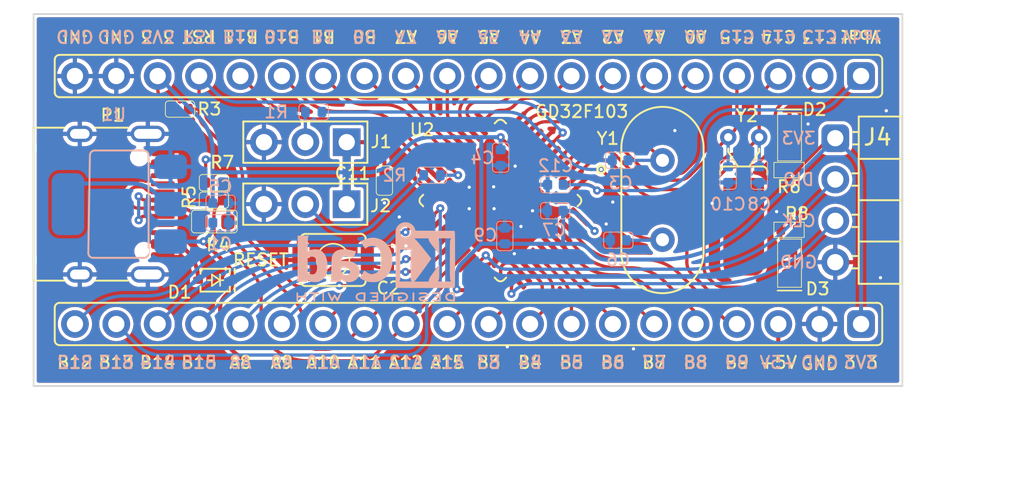
<source format=kicad_pcb>
(kicad_pcb (version 20211014) (generator pcbnew)
  (layers (0 "F.Cu" signal) (31 "B.Cu" signal) (34 "B.Paste" user) (35 "F.Paste" user) (36 "B.SilkS" user "B.Silkscreen") (37 "F.SilkS" user "F.Silkscreen") (38 "B.Mask" user) (39 "F.Mask" user) (44 "Edge.Cuts" user))
  (net 0 "")
  (net 1 "+5V")
  (net 2 "GND")
  (net 3 "RESET")
  (net 4 "OSC_IN")
  (net 5 "+3V3")
  (net 6 "OSC_OUT")
  (net 7 "PC14")
  (net 8 "PC15")
  (net 9 "VBAT")
  (net 10 "Net-(D2-Pad2)")
  (net 11 "PC13")
  (net 12 "Net-(D3-Pad2)")
  (net 13 "Net-(J1-Pad2)")
  (net 14 "Net-(J2-Pad2)")
  (net 15 "PA0")
  (net 16 "PA1")
  (net 17 "PA2")
  (net 18 "PA3")
  (net 19 "PA4")
  (net 20 "PA5")
  (net 21 "PA6")
  (net 22 "PA7")
  (net 23 "PB0")
  (net 24 "PB1")
  (net 25 "PB10")
  (net 26 "PB11")
  (net 27 "SWDIO")
  (net 28 "SWCLK")
  (net 29 "PB9")
  (net 30 "PB8")
  (net 31 "PB7")
  (net 32 "PB6")
  (net 33 "PB5")
  (net 34 "PB4")
  (net 35 "PB3")
  (net 36 "PA15")
  (net 37 "PA12")
  (net 38 "PA11")
  (net 39 "PA10")
  (net 40 "PA9")
  (net 41 "PA8")
  (net 42 "PB15")
  (net 43 "PB14")
  (net 44 "PB13")
  (net 45 "PB12")
  (net 46 "Net-(D1-Pad2)")
  (net 48 "Net-(P1-PadA6)")
  (net 49 "Net-(P1-PadA7)")
  (net 51 "BOOT0")
  (net 52 "BOOT1")
  (footprint "spdf1626_lib:SW_Push_Alps_SKRK" (layer "F.Cu") (at 33.6296 30.353)
    (fp_text reference "SW1" hide)
    (fp_text value "RESET")
  )
  (footprint "spdf1626_lib:USB_C" (layer "F.Cu") (at 19.1276 26.924 -90)
    (fp_text reference "P1")
    (fp_text value "USB_C_Plug_USB2.0")
  )
  (footprint "spdf1626_lib:R_0402" (layer "F.Cu") (at 26.31 26.68)
    (fp_text reference "R5")
    (fp_text value "10k")
  )
  (footprint "spdf1626_lib:LED_0603" (layer "F.Cu") (at 61.65 22.79 -90)
    (fp_text reference "D2")
    (fp_text value "LED" hide)
  )
  (footprint "spdf1626_lib:R_0402" (layer "F.Cu") (at 61.62 24.83 180)
    (fp_text reference "R6")
    (fp_text value "47k")
  )
  (footprint "spdf1626_lib:PinHeader_1x03_P2.54mm" (layer "F.Cu") (at 34.46 26.924 -90)
    (fp_text reference "J2")
    (fp_text value "Conn_01x03")
  )
  (footprint "spdf1626_lib:Crystal_DS26_D2.0mm_L6.0mm" (layer "F.Cu") (at 57.8866 22.8092)
    (fp_text reference "Y2")
    (fp_text value "32.768")
  )
  (footprint "spdf1626_lib:D_SOD-323" (layer "F.Cu") (at 26.3906 31.5976 180)
    (fp_text reference "D1")
    (fp_text value "D")
  )
  (footprint "spdf1626_lib:R_0402" (layer "F.Cu") (at 24.2316 21.082)
    (fp_text reference "R3")
    (fp_text value "47k")
  )
  (footprint "spdf1626_lib:PinHeader_1x03_P2.54mm" (layer "F.Cu") (at 34.465 23.114 -90)
    (fp_text reference "J1")
    (fp_text value "Conn_01x03")
  )
  (footprint "spdf1626_lib:R_0402" (layer "F.Cu") (at 61.62 28.5 180)
    (fp_text reference "R8")
    (fp_text value "47k")
  )
  (footprint "spdf1626_lib:R_0603" (layer "F.Cu") (at 26.3398 27.9908)
    (fp_text reference "R4")
    (fp_text value "10k")
  )
  (footprint "spdf1626_lib:LQFP-48_7x7mm_P0.5mm" (layer "F.Cu") (at 43.9 26.7 -135)
    (fp_text reference "U2")
    (fp_text value "STM32F103C8Tx")
  )
  (footprint "Connector_PinHeader_2.54mm:PinHeader_1x04_P2.54mm_Horizontal" (layer "F.Cu") (at 64.459 22.87)
    (fp_text reference "J4")
    (fp_text value "SWD")
  )
  (footprint "spdf1626_lib:PinHeader_1x20_P2.54mm" (layer "F.Cu") (at 66.04 19.05 -90)
    (fp_text reference "J3" hide)
    (fp_text value "Conn_01x20")
  )
  (footprint "spdf1626_lib:C_0402" (layer "F.Cu") (at 36.7792 25.4762 -90)
    (fp_text reference "C11")
    (fp_text value "C")
  )
  (footprint "spdf1626_lib:Crystal_HC49-4H" (layer "F.Cu") (at 53.85 24.23 -90)
    (fp_text reference "Y1")
    (fp_text value "8MHz")
  )
  (footprint "spdf1626_lib:C_0402" (layer "F.Cu") (at 37.0586 30.353 90)
    (fp_text reference "C2")
    (fp_text value "C")
  )
  (footprint "spdf1626_lib:PinHeader_1x20_P2.54mm" (layer "F.Cu") (at 66.04 34.29 -90)
    (fp_text reference "J5" hide)
    (fp_text value "Conn_01x20")
  )
  (footprint "spdf1626_lib:LED_0603" (layer "F.Cu") (at 61.65 30.55 90)
    (fp_text reference "D3")
    (fp_text value "LED" hide)
  )
  (footprint "spdf1626_lib:R_0402" (layer "F.Cu") (at 26.3144 25.6032 180)
    (fp_text reference "R7")
    (fp_text value "10k")
  )
  (footprint "spdf1626_lib:R_0402" (layer "B.Cu") (at 32.4358 21.2598 180)
    (fp_text reference "R1")
    (fp_text value "10k")
  )
  (footprint "spdf1626_lib:C_0402" (layer "B.Cu") (at 47.27 27.33 180)
    (fp_text reference "C7")
    (fp_text value "C")
  )
  (footprint "spdf1626_lib:C_0402" (layer "B.Cu") (at 44.1706 28.8798 90)
    (fp_text reference "C9")
    (fp_text value "C")
  )
  (footprint "spdf1626_lib:Made_with_KiCAD" (layer "B.Cu") (at 36.3728 30.4292 180)
    (fp_text reference "G***" hide)
    (fp_text value "LOGO" hide)
  )
  (footprint "spdf1626_lib:C_0402" (layer "B.Cu") (at 26.7208 26.8732)
    (fp_text reference "C5")
    (fp_text value "C")
  )
  (footprint "spdf1626_lib:C_0402" (layer "B.Cu") (at 51.14 29.14 180)
    (fp_text reference "C6")
    (fp_text value "C")
  )
  (footprint "spdf1626_lib:C_0402" (layer "B.Cu") (at 47.28 25.73 180)
    (fp_text reference "C12")
    (fp_text value "C")
  )
  (footprint "spdf1626_lib:R_0402" (layer "B.Cu") (at 39.7002 25.146 180)
    (fp_text reference "R2")
    (fp_text value "10k")
  )
  (footprint "spdf1626_lib:C_0402" (layer "B.Cu") (at 26.7208 28.067)
    (fp_text reference "C1")
    (fp_text value "C")
  )
  (footprint "spdf1626_lib:C_0402" (layer "B.Cu") (at 59.79 25.11 -90)
    (fp_text reference "C8")
    (fp_text value "C")
  )
  (footprint "spdf1626_lib:C_0402" (layer "B.Cu") (at 51.25 24.23 180)
    (fp_text reference "C3")
    (fp_text value "C")
  )
  (footprint "spdf1626_lib:C_0402" (layer "B.Cu") (at 43.9166 24.06 -90)
    (fp_text reference "C4")
    (fp_text value "C")
  )
  (footprint "Package_TO_SOT_SMD:SOT-223-3_TabPin2" (layer "B.Cu") (at 20.5 26.924 180)
    (fp_text reference "U1")
    (fp_text value "AP1117-33")
  )
  (footprint "spdf1626_lib:C_0402" (layer "B.Cu") (at 57.88 25.11 -90)
    (fp_text reference "C10")
    (fp_text value "C")
  )
  (gr_circle (center 50.0888 24.7904) (end 50.1142 24.5618) (layer "F.SilkS") (width 0.15) (fill none))
  (gr_line (start 15.24 38.1) (end 15.24 15.24) (layer "Edge.Cuts") (width 0.1))
  (gr_line (start 68.58 38.1) (end 15.24 38.1) (layer "Edge.Cuts") (width 0.1))
  (gr_line (start 15.24 15.24) (end 68.58 15.24) (layer "Edge.Cuts") (width 0.1))
  (gr_line (start 68.58 15.24) (end 68.58 38.1) (layer "Edge.Cuts") (width 0.1))
  (gr_text "B10" (at 30.480001 16.6116 180) (layer "B.SilkS") (effects (font (size 0.75 0.75) (thickness 0.12)) (justify mirror)))
  (gr_text "B13" (at 20.32 36.6522) (layer "B.SilkS") (effects (font (size 0.75 0.75) (thickness 0.12)) (justify mirror)))
  (gr_text "C13" (at 63.500001 16.6116 180) (layer "B.SilkS") (effects (font (size 0.75 0.75) (thickness 0.12)) (justify mirror)))
  (gr_text "B12" (at 17.78 36.6522) (layer "B.SilkS") (effects (font (size 0.75 0.75) (thickness 0.12)) (justify mirror)))
  (gr_text "A9" (at 30.48 36.6522) (layer "B.SilkS") (effects (font (size 0.75 0.75) (thickness 0.12)) (justify mirror)))
  (gr_text "B4" (at 45.72 36.6522) (layer "B.SilkS") (effects (font (size 0.75 0.75) (thickness 0.12)) (justify mirror)))
  (gr_text "B0" (at 35.56 16.6116 180) (layer "B.SilkS") (effects (font (size 0.75 0.75) (thickness 0.12)) (justify mirror)))
  (gr_text "A1" (at 53.340001 16.6116 180) (layer "B.SilkS") (effects (font (size 0.75 0.75) (thickness 0.12)) (justify mirror)))
  (gr_text "A4" (at 45.720001 16.6116 180) (layer "B.SilkS") (effects (font (size 0.75 0.75) (thickness 0.12)) (justify mirror)))
  (gr_text "B15" (at 25.4 36.6522) (layer "B.SilkS") (effects (font (size 0.75 0.75) (thickness 0.12)) (justify mirror)))
  (gr_text "3V3" (at 22.860001 16.6116 180) (layer "B.SilkS") (effects (font (size 0.75 0.75) (thickness 0.12)) (justify mirror)))
  (gr_text "B11" (at 27.940001 16.6116 180) (layer "B.SilkS") (effects (font (size 0.75 0.75) (thickness 0.12)) (justify mirror)))
  (gr_text "A2" (at 50.800001 16.6116 180) (layer "B.SilkS") (effects (font (size 0.75 0.75) (thickness 0.12)) (justify mirror)))
  (gr_text "C14" (at 60.960001 16.6116 180) (layer "B.SilkS") (effects (font (size 0.75 0.75) (thickness 0.12)) (justify mirror)))
  (gr_text "GND" (at 63.5 36.6522) (layer "B.SilkS") (effects (font (size 0.75 0.75) (thickness 0.12)) (justify mirror)))
  (gr_text "A8" (at 27.94 36.6522) (layer "B.SilkS") (effects (font (size 0.75 0.75) (thickness 0.12)) (justify mirror)))
  (gr_text "3V3" (at 62.2046 22.87) (layer "B.SilkS") (effects (font (size 0.75 0.75) (thickness 0.12)) (justify mirror)))
  (gr_text "B3" (at 43.18 36.6522) (layer "B.SilkS") (effects (font (size 0.75 0.75) (thickness 0.12)) (justify mirror)))
  (gr_text "B7" (at 53.34 36.6522) (layer "B.SilkS") (effects (font (size 0.75 0.75) (thickness 0.12)) (justify mirror)))
  (gr_text "+5V" (at 60.96 36.6522) (layer "B.SilkS") (effects (font (size 0.75 0.75) (thickness 0.12)) (justify mirror)))
  (gr_text "A15" (at 40.64 36.6522) (layer "B.SilkS") (effects (font (size 0.75 0.75) (thickness 0.12)) (justify mirror)))
  (gr_text "A0" (at 55.880001 16.6116 180) (layer "B.SilkS") (effects (font (size 0.75 0.75) (thickness 0.12)) (justify mirror)))
  (gr_text "B9" (at 58.42 36.6522) (layer "B.SilkS") (effects (font (size 0.75 0.75) (thickness 0.12)) (justify mirror)))
  (gr_text "B8" (at 55.88 36.6522) (layer "B.SilkS") (effects (font (size 0.75 0.75) (thickness 0.12)) (justify mirror)))
  (gr_text "Vbat" (at 66.040001 16.6116 180) (layer "B.SilkS") (effects (font (size 0.75 0.75) (thickness 0.12)) (justify mirror)))
  (gr_text "RST" (at 25.4 16.6116 180) (layer "B.SilkS") (effects (font (size 0.75 0.75) (thickness 0.12)) (justify mirror)))
  (gr_text "DIO" (at 62.2046 25.41) (layer "B.SilkS") (effects (font (size 0.75 0.75) (thickness 0.12)) (justify mirror)))
  (gr_text "3V3" (at 66.04 36.6522) (layer "B.SilkS") (effects (font (size 0.75 0.75) (thickness 0.12)) (justify mirror)))
  (gr_text "A11" (at 35.56 36.6522) (layer "B.SilkS") (effects (font (size 0.75 0.75) (thickness 0.12)) (justify mirror)))
  (gr_text "A3" (at 48.260001 16.6116 180) (layer "B.SilkS") (effects (font (size 0.75 0.75) (thickness 0.12)) (justify mirror)))
  (gr_text "B6" (at 50.8 36.6522) (layer "B.SilkS") (effects (font (size 0.75 0.75) (thickness 0.12)) (justify mirror)))
  (gr_text "B5" (at 48.26 36.6522) (layer "B.SilkS") (effects (font (size 0.75 0.75) (thickness 0.12)) (justify mirror)))
  (gr_text "CLK" (at 62.2046 27.95) (layer "B.SilkS") (effects (font (size 0.75 0.75) (thickness 0.12)) (justify mirror)))
  (gr_text "B1" (at 33.02 16.6116 180) (layer "B.SilkS") (effects (font (size 0.75 0.75) (thickness 0.12)) (justify mirror)))
  (gr_text "A7" (at 38.100001 16.6116 180) (layer "B.SilkS") (effects (font (size 0.75 0.75) (thickness 0.12)) (justify mirror)))
  (gr_text "C15" (at 58.420001 16.6116 180) (layer "B.SilkS") (effects (font (size 0.75 0.75) (thickness 0.12)) (justify mirror)))
  (gr_text "A5" (at 43.180001 16.6116 180) (layer "B.SilkS") (effects (font (size 0.75 0.75) (thickness 0.12)) (justify mirror)))
  (gr_text "GND" (at 17.78 16.6116 180) (layer "B.SilkS") (effects (font (size 0.75 0.75) (thickness 0.12)) (justify mirror)))
  (gr_text "A12" (at 38.1 36.6522) (layer "B.SilkS") (effects (font (size 0.75 0.75) (thickness 0.12)) (justify mirror)))
  (gr_text "A10" (at 33.02 36.6522) (layer "B.SilkS") (effects (font (size 0.75 0.75) (thickness 0.12)) (justify mirror)))
  (gr_text "A6" (at 40.640001 16.6116 180) (layer "B.SilkS") (effects (font (size 0.75 0.75) (thickness 0.12)) (justify mirror)))
  (gr_text "GND" (at 62.2046 30.49) (layer "B.SilkS") (effects (font (size 0.75 0.75) (thickness 0.12)) (justify mirror)))
  (gr_text "GND" (at 20.32 16.6116 180) (layer "B.SilkS") (effects (font (size 0.75 0.75) (thickness 0.12)) (justify mirror)))
  (gr_text "B14" (at 22.86 36.6522) (layer "B.SilkS") (effects (font (size 0.75 0.75) (thickness 0.12)) (justify mirror)))
  (gr_text "A8" (at 27.94 36.6522) (layer "F.SilkS") (effects (font (size 0.75 0.75) (thickness 0.12))))
  (gr_text "B9" (at 58.42 36.6522) (layer "F.SilkS") (effects (font (size 0.75 0.75) (thickness 0.12))))
  (gr_text "A5" (at 43.180001 16.6116 180) (layer "F.SilkS") (effects (font (size 0.75 0.75) (thickness 0.12))))
  (gr_text "A7" (at 38.100001 16.6116 180) (layer "F.SilkS") (effects (font (size 0.75 0.75) (thickness 0.12))))
  (gr_text "A10" (at 33.02 36.6522) (layer "F.SilkS") (effects (font (size 0.75 0.75) (thickness 0.12))))
  (gr_text "A0" (at 55.880001 16.6116 180) (layer "F.SilkS") (effects (font (size 0.75 0.75) (thickness 0.12))))
  (gr_text "A3" (at 48.260001 16.6116 180) (layer "F.SilkS") (effects (font (size 0.75 0.75) (thickness 0.12))))
  (gr_text "B10" (at 30.480001 16.6116 180) (layer "F.SilkS") (effects (font (size 0.75 0.75) (thickness 0.12))))
  (gr_text "B8" (at 55.88 36.6522) (layer "F.SilkS") (effects (font (size 0.75 0.75) (thickness 0.12))))
  (gr_text "B12" (at 17.78 36.6522) (layer "F.SilkS") (effects (font (size 0.75 0.75) (thickness 0.12))))
  (gr_text "B15" (at 25.4 36.6522) (layer "F.SilkS") (effects (font (size 0.75 0.75) (thickness 0.12))))
  (gr_text "A1" (at 53.340001 16.6116 180) (layer "F.SilkS") (effects (font (size 0.75 0.75) (thickness 0.12))))
  (gr_text "A9" (at 30.48 36.6522) (layer "F.SilkS") (effects (font (size 0.75 0.75) (thickness 0.12))))
  (gr_text "B5" (at 48.26 36.6522) (layer "F.SilkS") (effects (font (size 0.75 0.75) (thickness 0.12))))
  (gr_text "GND" (at 20.32 16.6116 180) (layer "F.SilkS") (effects (font (size 0.75 0.75) (thickness 0.12))))
  (gr_text "A4" (at 45.720001 16.6116 180) (layer "F.SilkS") (effects (font (size 0.75 0.75) (thickness 0.12))))
  (gr_text "B6" (at 50.8 36.6522) (layer "F.SilkS") (effects (font (size 0.75 0.75) (thickness 0.12))))
  (gr_text "A11" (at 35.56 36.6522) (layer "F.SilkS") (effects (font (size 0.75 0.75) (thickness 0.12))))
  (gr_text "GND" (at 17.78 16.6116 180) (layer "F.SilkS") (effects (font (size 0.75 0.75) (thickness 0.12))))
  (gr_text "B11" (at 27.940001 16.6116 180) (layer "F.SilkS") (effects (font (size 0.75 0.75) (thickness 0.12))))
  (gr_text "B1" (at 33.02 16.6116 180) (layer "F.SilkS") (effects (font (size 0.75 0.75) (thickness 0.12))))
  (gr_text "B13" (at 20.32 36.6522) (layer "F.SilkS") (effects (font (size 0.75 0.75) (thickness 0.12))))
  (gr_text "A15" (at 40.64 36.6522) (layer "F.SilkS") (effects (font (size 0.75 0.75) (thickness 0.12))))
  (gr_text "GD32F103" (at 48.895 21.2344) (layer "F.SilkS") (effects (font (size 0.75 0.75) (thickness 0.12))))
  (gr_text "Vbat" (at 66.040001 16.6116 180) (layer "F.SilkS") (effects (font (size 0.75 0.75) (thickness 0.12))))
  (gr_text "3V3" (at 22.860001 16.6116 180) (layer "F.SilkS") (effects (font (size 0.75 0.75) (thickness 0.12))))
  (gr_text "B14" (at 22.86 36.6522) (layer "F.SilkS") (effects (font (size 0.75 0.75) (thickness 0.12))))
  (gr_text "B7" (at 53.34 36.6522) (layer "F.SilkS") (effects (font (size 0.75 0.75) (thickness 0.12))))
  (gr_text "A2" (at 50.800001 16.6116 180) (layer "F.SilkS") (effects (font (size 0.75 0.75) (thickness 0.12))))
  (gr_text "RST" (at 25.4 16.6116 180) (layer "F.SilkS") (effects (font (size 0.75 0.75) (thickness 0.12))))
  (gr_text "C13" (at 63.500001 16.6116 180) (layer "F.SilkS") (effects (font (size 0.75 0.75) (thickness 0.12))))
  (gr_text "B3" (at 43.18 36.6522) (layer "F.SilkS") (effects (font (size 0.75 0.75) (thickness 0.12))))
  (gr_text "C14" (at 60.960001 16.6116 180) (layer "F.SilkS") (effects (font (size 0.75 0.75) (thickness 0.12))))
  (gr_text "C15" (at 58.420001 16.6116 180) (layer "F.SilkS") (effects (font (size 0.75 0.75) (thickness 0.12))))
  (gr_text "3V3" (at 66.04 36.6522) (layer "F.SilkS") (effects (font (size 0.75 0.75) (thickness 0.12))))
  (gr_text "A6" (at 40.640001 16.6116 180) (layer "F.SilkS") (effects (font (size 0.75 0.75) (thickness 0.12))))
  (gr_text "B0" (at 35.56 16.6116 180) (layer "F.SilkS") (effects (font (size 0.75 0.75) (thickness 0.12))))
  (gr_text "GND" (at 63.5 36.7284) (layer "F.SilkS") (effects (font (size 0.75 0.75) (thickness 0.12))))
  (gr_text "A12" (at 38.1 36.6522) (layer "F.SilkS") (effects (font (size 0.75 0.75) (thickness 0.12))))
  (gr_text "B4" (at 45.72 36.6522) (layer "F.SilkS") (effects (font (size 0.75 0.75) (thickness 0.12))))
  (gr_text "+5V" (at 60.96 36.6522) (layer "F.SilkS") (effects (font (size 0.75 0.75) (thickness 0.12))))
  (segment (start 27.4406 31.5976) (end 27.4406 31.725386) (width 0.2) (layer "F.Cu") (net 1))
  (segment (start 26.6954 33.299014) (end 26.6954 34.350573) (width 0.25) (layer "F.Cu") (net 1))
  (segment (start 30.649999 37.1602) (end 58.883218 37.1602) (width 0.25) (layer "F.Cu") (net 1))
  (segment (start 27.4406 31.385414) (end 27.4406 31.5976) (width 0.2) (layer "F.Cu") (net 1))
  (segment (start 60.96 35.42128) (end 60.96 34.29) (width 0.25) (layer "F.Cu") (net 1))
  (segment (start 25.6794 29.21) (end 27.147707 30.678307) (width 0.25) (layer "F.Cu") (net 1))
  (segment (start 27.147707 32.432493) (end 26.988293 32.591907) (width 0.25) (layer "F.Cu") (net 1))
  (via (at 25.6794 29.21) (size 0.5) (drill 0.2) (layers "F.Cu" "B.Cu") (net 1))
  (arc (start 58.883218 37.1602) (mid 59.769386 36.98393) (end 60.52066 36.48194) (width 0.25) (layer "F.Cu") (net 1))
  (arc (start 60.52066 36.48194) (mid 60.845819 35.995305) (end 60.96 35.42128) (width 0.25) (layer "F.Cu") (net 1))
  (arc (start 27.4406 31.725386) (mid 27.36448 32.108069) (end 27.147707 32.432493) (width 0.25) (layer "F.Cu") (net 1))
  (arc (start 27.281187 35.764787) (mid 28.826816 36.797547) (end 30.649999 37.1602) (width 0.25) (layer "F.Cu") (net 1))
  (arc (start 27.4406 31.385414) (mid 27.36448 31.002731) (end 27.147707 30.678307) (width 0.25) (layer "F.Cu") (net 1))
  (arc (start 26.6954 33.299014) (mid 26.77152 32.916331) (end 26.988293 32.591907) (width 0.25) (layer "F.Cu") (net 1))
  (arc (start 27.281187 35.764787) (mid 26.847641 35.11594) (end 26.6954 34.350573) (width 0.25) (layer "F.Cu") (net 1))
  (segment (start 23.65 29.224) (end 25.6654 29.224) (width 0.25) (layer "B.Cu") (net 1))
  (segment (start 26.2408 28.234386) (end 26.2408 28.067) (width 0.25) (layer "B.Cu") (net 1))
  (segment (start 25.6654 29.224) (end 25.947907 28.941493) (width 0.25) (layer "B.Cu") (net 1))
  (arc (start 26.2408 28.234386) (mid 26.16468 28.617069) (end 25.947907 28.941493) (width 0.25) (layer "B.Cu") (net 1))
  (segment (start 37.6936 27.7114) (end 37.351493 28.053507) (width 0.2) (layer "F.Cu") (net 2))
  (segment (start 36.7792 25.9562) (end 36.7792 26.8478) (width 0.2) (layer "F.Cu") (net 2))
  (segment (start 61.65 22.0025) (end 62.7827 22.0025) (width 0.2) (layer "F.Cu") (net 2))
  (segment (start 37.0586 28.760614) (end 37.0586 29.873) (width 0.2) (layer "F.Cu") (net 2))
  (segment (start 62.7827 22.0025) (end 62.7888 21.9964) (width 0.2) (layer "F.Cu") (net 2))
  (via (at 43.5102 27.2034) (size 0.5) (drill 0.2) (layers "F.Cu" "B.Cu") (net 2))
  (via (at 41.9862 27.2034) (size 0.5) (drill 0.2) (layers "F.Cu" "B.Cu") (net 2))
  (via (at 60.8584 27.3812) (size 0.5) (drill 0.2) (layers "F.Cu" "B.Cu") (net 2))
  (via (at 54.61 22.4028) (size 0.5) (drill 0.2) (layers "F.Cu" "B.Cu") (net 2))
  (via (at 44.323 35.687) (size 0.5) (drill 0.2) (layers "F.Cu" "B.Cu") (net 2))
  (via (at 45.1612 28.2956) (size 0.5) (drill 0.2) (layers "F.Cu" "B.Cu") (net 2))
  (via (at 43.4848 25.8572) (size 0.5) (drill 0.2) (layers "F.Cu" "B.Cu") (net 2))
  (via (at 56.896 26.8732) (size 0.5) (drill 0.2) (layers "F.Cu" "B.Cu") (net 2))
  (via (at 41.9862 25.8826) (size 0.5) (drill 0.2) (layers "F.Cu" "B.Cu") (net 2))
  (via (at 62.7888 21.9964) (size 0.5) (drill 0.2) (layers "F.Cu" "B.Cu") (net 2))
  (via (at 50.8 26.797) (size 0.5) (drill 0.2) (layers "F.Cu" "B.Cu") (net 2))
  (via (at 52.07 35.814) (size 0.5) (drill 0.2) (layers "F.Cu" "B.Cu") (net 2))
  (via (at 67.2338 31.4452) (size 0.5) (drill 0.2) (layers "F.Cu" "B.Cu") (net 2))
  (via (at 44.7548 29.972) (size 0.5) (drill 0.2) (layers "F.Cu" "B.Cu") (net 2))
  (via (at 36.7792 26.8478) (size 0.5) (drill 0.2) (layers "F.Cu" "B.Cu") (net 2))
  (via (at 37.6936 27.7114) (size 0.5) (drill 0.2) (layers "F.Cu" "B.Cu") (net 2))
  (via (at 44.8056 24.5872) (size 0.5) (drill 0.2) (layers "F.Cu" "B.Cu") (net 2))
  (via (at 67.5894 21.1836) (size 0.5) (drill 0.2) (layers "F.Cu" "B.Cu") (net 2))
  (via (at 45.8724 27.3304) (size 0.5) (drill 0.2) (layers "F.Cu" "B.Cu") (net 2))
  (via (at 50.3936 28.1432) (size 0.5) (drill 0.2) (layers "F.Cu" "B.Cu") (net 2))
  (arc (start 37.351493 28.053507) (mid 37.13472 28.37793) (end 37.0586 28.760614) (width 0.2) (layer "F.Cu") (net 2))
  (segment (start 25.4 19.05) (end 25.4 21.0566) (width 0.2) (layer "F.Cu") (net 3))
  (segment (start 28.067 27.924373) (end 28.067 25.288627) (width 0.2) (layer "F.Cu") (net 3))
  (segment (start 35.916707 30.540107) (end 35.7296 30.353) (width 0.2) (layer "F.Cu") (net 3))
  (segment (start 27.481213 23.874413) (end 25.692893 22.086093) (width 0.2) (layer "F.Cu") (net 3))
  (segment (start 25.3746 21.082) (end 25.4 21.0566) (width 0.2) (layer "F.Cu") (net 3))
  (segment (start 25.4 21.378986) (end 25.4 21.0566) (width 0.2) (layer "F.Cu") (net 3))
  (segment (start 46.676509 23.579891) (end 47.7266 22.5298) (width 0.2) (layer "F.Cu") (net 3))
  (segment (start 35.7296 30.353) (end 34.839027 30.353) (width 0.2) (layer "F.Cu") (net 3))
  (segment (start 31.025307 31.711107) (end 28.652786 29.338586) (width 0.2) (layer "F.Cu") (net 3))
  (segment (start 46.666555 23.579891) (end 46.676509 23.579891) (width 0.2) (layer "F.Cu") (net 3))
  (segment (start 24.7416 21.082) (end 25.3746 21.082) (width 0.2) (layer "F.Cu") (net 3))
  (segment (start 37.0586 30.833) (end 36.623814 30.833) (width 0.2) (layer "F.Cu") (net 3))
  (segment (start 35.8286 30.254) (end 35.7296 30.353) (width 0.2) (layer "F.Cu") (net 3))
  (segment (start 33.424813 30.938787) (end 32.652493 31.711107) (width 0.2) (layer "F.Cu") (net 3))
  (segment (start 31.945386 32.004) (end 31.732414 32.004) (width 0.2) (layer "F.Cu") (net 3))
  (via (at 47.7266 22.5298) (size 0.5) (drill 0.2) (layers "F.Cu" "B.Cu") (net 3))
  (arc (start 35.916707 30.540107) (mid 36.24113 30.75688) (end 36.623814 30.833) (width 0.2) (layer "F.Cu") (net 3))
  (arc (start 28.067 25.288627) (mid 27.914759 24.52326) (end 27.481213 23.874413) (width 0.2) (layer "F.Cu") (net 3))
  (arc (start 32.652493 31.711107) (mid 32.32807 31.92788) (end 31.945386 32.004) (width 0.2) (layer "F.Cu") (net 3))
  (arc (start 25.692893 22.086093) (mid 25.47612 21.76167) (end 25.4 21.378986) (width 0.2) (layer "F.Cu") (net 3))
  (arc (start 28.067 27.924373) (mid 28.219241 28.68974) (end 28.652786 29.338586) (width 0.2) (layer "F.Cu") (net 3))
  (arc (start 34.839027 30.353) (mid 34.07366 30.505241) (end 33.424813 30.938787) (width 0.2) (layer "F.Cu") (net 3))
  (arc (start 31.025307 31.711107) (mid 31.34973 31.92788) (end 31.732414 32.004) (width 0.2) (layer "F.Cu") (net 3))
  (segment (start 47.7266 22.5298) (end 46.432786 21.235986) (width 0.2) (layer "B.Cu") (net 3))
  (segment (start 26.414413 20.064413) (end 25.4 19.05) (width 0.2) (layer "B.Cu") (net 3))
  (segment (start 45.018573 20.6502) (end 27.828627 20.6502) (width 0.2) (layer "B.Cu") (net 3))
  (arc (start 46.432786 21.235986) (mid 45.78394 20.802441) (end 45.018573 20.6502) (width 0.2) (layer "B.Cu") (net 3))
  (arc (start 26.414413 20.064413) (mid 27.06326 20.497959) (end 27.828627 20.6502) (width 0.2) (layer "B.Cu") (net 3))
  (segment (start 50.203762 22.479) (end 51.046898 22.479) (width 0.2) (layer "F.Cu") (net 4))
  (segment (start 47.343662 24.286998) (end 48.407711 23.222949) (width 0.2) (layer "F.Cu") (net 4))
  (segment (start 52.842949 23.222949) (end 53.85 24.23) (width 0.2) (layer "F.Cu") (net 4))
  (arc (start 50.203762 22.479) (mid 49.231746 22.672346) (end 48.407711 23.222949) (width 0.2) (layer "F.Cu") (net 4))
  (arc (start 51.046898 22.479) (mid 52.018914 22.672346) (end 52.842949 23.222949) (width 0.2) (layer "F.Cu") (net 4))
  (segment (start 51.73 24.23) (end 53.85 24.23) (width 0.2) (layer "B.Cu") (net 4))
  (segment (start 42.901212 31.587876) (end 42.574781 31.914307) (width 0.2) (layer "F.Cu") (net 5))
  (segment (start 39.012124 25.701212) (end 38.600005 25.289093) (width 0.2) (layer "F.Cu") (net 5))
  (segment (start 49.6824 28.575) (end 48.806188 27.698788) (width 0.2) (layer "F.Cu") (net 5))
  (segment (start 36.7792 24.9962) (end 36.7792 24.391814) (width 0.25) (layer "F.Cu") (net 5))
  (segment (start 25.8044 24.1828) (end 25.8064 24.1808) (width 0.2) (layer "F.Cu") (net 5))
  (segment (start 62.13 28.5) (end 62.13 24.83) (width 0.2) (layer "F.Cu") (net 5))
  (segment (start 44.809507 23.495) (end 45.130127 23.495) (width 0.2) (layer "F.Cu") (net 5))
  (segment (start 64.459 22.87) (end 64.09 22.87) (width 0.2) (layer "F.Cu") (net 5))
  (segment (start 34.46 23.119) (end 34.465 23.114) (width 0.2) (layer "F.Cu") (net 5))
  (segment (start 25.8044 25.6032) (end 25.8044 24.1828) (width 0.2) (layer "F.Cu") (net 5))
  (segment (start 41.275 32.2072) (end 41.2242 32.1564) (width 0.2) (layer "F.Cu") (net 5))
  (segment (start 37.892898 24.9962) (end 36.7792 24.9962) (width 0.25) (layer "F.Cu") (net 5))
  (segment (start 43.9166 22.8092) (end 44.455954 23.348554) (width 0.2) (layer "F.Cu") (net 5))
  (segment (start 34.46 26.924) (end 34.46 23.119) (width 0.5) (layer "F.Cu") (net 5))
  (segment (start 48.806188 27.698788) (end 48.787876 27.698788) (width 0.2) (layer "F.Cu") (net 5))
  (segment (start 35.501386 23.114) (end 34.465 23.114) (width 0.25) (layer "F.Cu") (net 5))
  (segment (start 45.483681 23.348553) (end 45.959449 22.872785) (width 0.2) (layer "F.Cu") (net 5))
  (segment (start 36.486307 23.684707) (end 36.208493 23.406893) (width 0.25) (layer "F.Cu") (net 5))
  (segment (start 22.86 19.05) (end 22.86 19.806186) (width 0.2) (layer "F.Cu") (net 5))
  (segment (start 64.09 22.87) (end 62.13 24.83) (width 0.2) (layer "F.Cu") (net 5))
  (segment (start 23.152893 20.513293) (end 23.7216 21.082) (width 0.2) (layer "F.Cu") (net 5))
  (segment (start 41.867674 32.2072) (end 41.275 32.2072) (width 0.25) (layer "F.Cu") (net 5))
  (via (at 25.8064 24.1808) (size 0.5) (drill 0.2) (layers "F.Cu" "B.Cu") (net 5))
  (via (at 49.6824 28.575) (size 0.5) (drill 0.2) (layers "F.Cu" "B.Cu") (net 5))
  (via (at 41.2242 32.1564) (size 0.5) (drill 0.2) (layers "F.Cu" "B.Cu") (net 5))
  (via (at 43.9166 22.8092) (size 0.5) (drill 0.2) (layers "F.Cu" "B.Cu") (net 5))
  (arc (start 36.7792 24.391814) (mid 36.70308 24.009131) (end 36.486307 23.684707) (width 0.25) (layer "F.Cu") (net 5))
  (arc (start 35.501386 23.114) (mid 35.884069 23.19012) (end 36.208493 23.406893) (width 0.25) (layer "F.Cu") (net 5))
  (arc (start 41.867674 32.2072) (mid 42.250357 32.13108) (end 42.574781 31.914307) (width 0.25) (layer "F.Cu") (net 5))
  (arc (start 44.809507 23.495) (mid 44.618166 23.45694) (end 44.455954 23.348554) (width 0.2) (layer "F.Cu") (net 5))
  (arc (start 22.86 19.806186) (mid 22.93612 20.188869) (end 23.152893 20.513293) (width 0.2) (layer "F.Cu") (net 5))
  (arc (start 45.130127 23.495) (mid 45.321469 23.45694) (end 45.483681 23.348553) (width 0.2) (layer "F.Cu") (net 5))
  (arc (start 38.600005 25.289093) (mid 38.275582 25.07232) (end 37.892898 24.9962) (width 0.25) (layer "F.Cu") (net 5))
  (segment (start 64.4652 22.87) (end 64.459 22.87) (width 0.2) (layer "B.Cu") (net 5))
  (segment (start 34.465 23.114) (end 34.465 24.9654) (width 0.5) (layer "B.Cu") (net 5))
  (segment (start 42.7254 29.3598) (end 42.7254 22.8118) (width 0.25) (layer "B.Cu") (net 5))
  (segment (start 23.3908 26.9214) (end 26.1926 26.9214) (width 0.25) (layer "B.Cu") (net 5))
  (segment (start 34.4678 24.9682) (end 35.772973 24.9682) (width 0.25) (layer "B.Cu") (net 5))
  (segment (start 22.709187 26.239787) (end 23.3908 26.9214) (width 0.25) (layer "B.Cu") (net 5))
  (segment (start 37.187187 24.382413) (end 38.174614 23.394986) (width 0.25) (layer "B.Cu") (net 5))
  (segment (start 26.1926 26.9214) (end 26.2382 26.8758) (width 0.2) (layer "B.Cu") (net 5))
  (segment (start 41.2242 32.1564) (end 41.2242 31.275214) (width 0.25) (layer "B.Cu") (net 5))
  (segment (start 17.8 25.654) (end 21.294973 25.654) (width 0.25) (layer "B.Cu") (net 5))
  (segment (start 49.668907 30.034707) (end 49.286893 29.652693) (width 0.25) (layer "B.Cu") (net 5))
  (segment (start 47.75 27.33) (end 48.023186 27.33) (width 0.25) (layer "B.Cu") (net 5))
  (segment (start 26.5938 24.9682) (end 34.4678 24.9682) (width 0.25) (layer "B.Cu") (net 5))
  (segment (start 34.46 26.924) (end 34.46 24.9704) (width 0.5) (layer "B.Cu") (net 5))
  (segment (start 34.465 24.9654) (end 34.4678 24.9682) (width 0.2) (layer "B.Cu") (net 5))
  (segment (start 53.71313 30.3276) (end 50.376014 30.3276) (width 0.25) (layer "B.Cu") (net 5))
  (segment (start 26.2382 24.9682) (end 26.2382 24.2062) (width 0.25) (layer "B.Cu") (net 5))
  (segment (start 26.2382 26.8758) (end 26.2382 24.9682) (width 0.25) (layer "B.Cu") (net 5))
  (segment (start 41.517093 30.568107) (end 42.7254 29.3598) (width 0.25) (layer "B.Cu") (net 5))
  (segment (start 26.2382 24.2062) (end 26.2382 23.670841) (width 0.25) (layer "B.Cu") (net 5))
  (segment (start 16.53 26.924) (end 17.8 25.654) (width 0.2) (layer "B.Cu") (net 5))
  (segment (start 34.46 24.9704) (end 34.465 24.9654) (width 0.2) (layer "B.Cu") (net 5))
  (segment (start 48.730293 27.622893) (end 49.6824 28.575) (width 0.25) (layer "B.Cu") (net 5))
  (segment (start 25.35952 21.54952) (end 22.86 19.05) (width 0.25) (layer "B.Cu") (net 5))
  (segment (start 26.2382 24.9682) (end 26.5938 24.9682) (width 0.25) (layer "B.Cu") (net 5))
  (segment (start 65.454213 23.865213) (end 64.459 22.87) (width 0.25) (layer "B.Cu") (net 5))
  (segment (start 26.2128 24.1808) (end 26.2382 24.2062) (width 0.2) (layer "B.Cu") (net 5))
  (segment (start 42.7254 29.3598) (end 44.1706 29.3598) (width 0.25) (layer "B.Cu") (net 5))
  (segment (start 66.04 34.29) (end 66.04 25.279427) (width 0.25) (layer "B.Cu") (net 5))
  (segment (start 43.9166 23.58) (end 43.9166 22.8092) (width 0.25) (layer "B.Cu") (net 5))
  (segment (start 64.459 22.87) (end 59.326557 28.002443) (width 0.25) (layer "B.Cu") (net 5))
  (segment (start 48.579786 29.3598) (end 47.75 29.3598) (width 0.25) (layer "B.Cu") (net 5))
  (segment (start 39.588827 22.8092) (end 42.7228 22.8092) (width 0.25) (layer "B.Cu") (net 5))
  (segment (start 42.7228 22.8092) (end 43.9166 22.8092) (width 0.25) (layer "B.Cu") (net 5))
  (segment (start 42.7254 22.8118) (end 42.7228 22.8092) (width 0.2) (layer "B.Cu") (net 5))
  (segment (start 25.8064 24.1808) (end 26.2128 24.1808) (width 0.25) (layer "B.Cu") (net 5))
  (segment (start 44.1706 29.3598) (end 47.75 29.3598) (width 0.25) (layer "B.Cu") (net 5))
  (segment (start 47.75 29.3598) (end 47.75 27.33) (width 0.25) (layer "B.Cu") (net 5))
  (arc (start 41.2242 31.275214) (mid 41.30032 30.892531) (end 41.517093 30.568107) (width 0.25) (layer "B.Cu") (net 5))
  (arc (start 35.772973 24.9682) (mid 36.53834 24.815959) (end 37.187187 24.382413) (width 0.25) (layer "B.Cu") (net 5))
  (arc (start 65.454213 23.865213) (mid 65.887759 24.51406) (end 66.04 25.279427) (width 0.25) (layer "B.Cu") (net 5))
  (arc (start 21.294973 25.654) (mid 22.06034 25.806241) (end 22.709187 26.239787) (width 0.25) (layer "B.Cu") (net 5))
  (arc (start 26.2382 23.670841) (mid 26.009838 22.52279) (end 25.35952 21.54952) (width 0.25) (layer "B.Cu") (net 5))
  (arc (start 50.376014 30.3276) (mid 49.993331 30.25148) (end 49.668907 30.034707) (width 0.25) (layer "B.Cu") (net 5))
  (arc (start 49.286893 29.652693) (mid 48.962469 29.43592) (end 48.579786 29.3598) (width 0.25) (layer "B.Cu") (net 5))
  (arc (start 38.174614 23.394986) (mid 38.82346 22.961441) (end 39.588827 22.8092) (width 0.25) (layer "B.Cu") (net 5))
  (arc (start 59.326557 28.002443) (mid 56.751095 29.723312) (end 53.71313 30.3276) (width 0.25) (layer "B.Cu") (net 5))
  (arc (start 48.023186 27.33) (mid 48.405869 27.40612) (end 48.730293 27.622893) (width 0.25) (layer "B.Cu") (net 5))
  (segment (start 50.83348 27.66868) (end 51.396121 28.231321) (width 0.2) (layer "F.Cu") (net 6))
  (segment (start 46.276447 26.016447) (end 46.757107 26.497107) (width 0.2) (layer "F.Cu") (net 6))
  (segment (start 46.13 25.000661) (end 46.13 25.662893) (width 0.2) (layer "F.Cu") (net 6))
  (segment (start 46.990109 23.933445) (end 46.276446 24.647108) (width 0.2) (layer "F.Cu") (net 6))
  (segment (start 53.517441 29.11) (end 53.85 29.11) (width 0.2) (layer "F.Cu") (net 6))
  (segment (start 47.464214 26.79) (end 48.712159 26.79) (width 0.2) (layer "F.Cu") (net 6))
  (arc (start 46.757107 26.497107) (mid 47.08153 26.71388) (end 47.464214 26.79) (width 0.2) (layer "F.Cu") (net 6))
  (arc (start 51.396121 28.231321) (mid 52.369391 28.881639) (end 53.517441 29.11) (width 0.2) (layer "F.Cu") (net 6))
  (arc (start 46.276447 26.016447) (mid 46.16806 25.854235) (end 46.13 25.662893) (width 0.2) (layer "F.Cu") (net 6))
  (arc (start 46.13 25.000661) (mid 46.16806 24.80932) (end 46.276446 24.647108) (width 0.2) (layer "F.Cu") (net 6))
  (arc (start 50.83348 27.66868) (mid 49.86021 27.018361) (end 48.712159 26.79) (width 0.2) (layer "F.Cu") (net 6))
  (segment (start 53.82 29.14) (end 53.85 29.11) (width 0.2) (layer "B.Cu") (net 6))
  (segment (start 51.62 29.14) (end 53.82 29.14) (width 0.2) (layer "B.Cu") (net 6))
  (segment (start 60.372387 19.637613) (end 60.96 19.05) (width 0.2) (layer "F.Cu") (net 7))
  (segment (start 58.336814 23.84) (end 58.341586 23.84) (width 0.2) (layer "F.Cu") (net 7))
  (segment (start 53.718489 26.03) (end 55.094711 26.03) (width 0.2) (layer "F.Cu") (net 7))
  (segment (start 59.7866 22.8092) (end 59.7866 21.051827) (width 0.2) (layer "F.Cu") (net 7))
  (segment (start 48.050769 24.994105) (end 49.104581 23.940293) (width 0.2) (layer "F.Cu") (net 7))
  (segment (start 59.048693 23.547107) (end 59.7866 22.8092) (width 0.2) (layer "F.Cu") (net 7))
  (segment (start 56.183656 25.578944) (end 57.629707 24.132893) (width 0.2) (layer "F.Cu") (net 7))
  (segment (start 49.811688 23.6474) (end 50.283786 23.6474) (width 0.2) (layer "F.Cu") (net 7))
  (segment (start 50.990893 23.940293) (end 52.629545 25.578945) (width 0.2) (layer "F.Cu") (net 7))
  (arc (start 50.283786 23.6474) (mid 50.666469 23.72352) (end 50.990893 23.940293) (width 0.2) (layer "F.Cu") (net 7))
  (arc (start 58.341586 23.84) (mid 58.724269 23.76388) (end 59.048693 23.547107) (width 0.2) (layer "F.Cu") (net 7))
  (arc (start 52.629545 25.578945) (mid 53.129157 25.912775) (end 53.718489 26.03) (width 0.2) (layer "F.Cu") (net 7))
  (arc (start 58.336814 23.84) (mid 57.954131 23.91612) (end 57.629707 24.132893) (width 0.2) (layer "F.Cu") (net 7))
  (arc (start 49.104581 23.940293) (mid 49.429005 23.72352) (end 49.811688 23.6474) (width 0.2) (layer "F.Cu") (net 7))
  (arc (start 55.094711 26.03) (mid 55.684044 25.912774) (end 56.183656 25.578944) (width 0.2) (layer "F.Cu") (net 7))
  (arc (start 60.372387 19.637613) (mid 59.938841 20.28646) (end 59.7866 21.051827) (width 0.2) (layer "F.Cu") (net 7))
  (segment (start 59.79 24.335) (end 59.79 22.8126) (width 0.2) (layer "B.Cu") (net 7))
  (segment (start 59.79 22.8126) (end 59.7866 22.8092) (width 0.2) (layer "B.Cu") (net 7))
  (segment (start 58.127107 22.568693) (end 57.8866 22.8092) (width 0.2) (layer "F.Cu") (net 8))
  (segment (start 51.324375 23.460575) (end 53.020907 25.157107) (width 0.2) (layer "F.Cu") (net 8))
  (segment (start 55.538693 25.157107) (end 57.8866 22.8092) (width 0.2) (layer "F.Cu") (net 8))
  (segment (start 53.728014 25.45) (end 54.831586 25.45) (width 0.2) (layer "F.Cu") (net 8))
  (segment (start 49.775217 23.0886) (end 50.426349 23.0886) (width 0.2) (layer "F.Cu") (net 8))
  (segment (start 47.697215 24.640551) (end 48.877192 23.460574) (width 0.2) (layer "F.Cu") (net 8))
  (segment (start 58.42 19.05) (end 58.42 21.861586) (width 0.2) (layer "F.Cu") (net 8))
  (arc (start 48.877192 23.460574) (mid 49.289209 23.185273) (end 49.775217 23.0886) (width 0.2) (layer "F.Cu") (net 8))
  (arc (start 50.426349 23.0886) (mid 50.912357 23.185273) (end 51.324375 23.460575) (width 0.2) (layer "F.Cu") (net 8))
  (arc (start 55.538693 25.157107) (mid 55.21427 25.37388) (end 54.831586 25.45) (width 0.2) (layer "F.Cu") (net 8))
  (arc (start 58.127107 22.568693) (mid 58.34388 22.24427) (end 58.42 21.861586) (width 0.2) (layer "F.Cu") (net 8))
  (arc (start 53.728014 25.45) (mid 53.345331 25.37388) (end 53.020907 25.157107) (width 0.2) (layer "F.Cu") (net 8))
  (segment (start 57.88 22.8158) (end 57.8866 22.8092) (width 0.2) (layer "B.Cu") (net 8))
  (segment (start 57.88 24.285) (end 57.88 22.8158) (width 0.2) (layer "B.Cu") (net 8))
  (segment (start 49.035998 25.701212) (end 48.787876 25.701212) (width 0.2) (layer "F.Cu") (net 9))
  (segment (start 49.8348 26.0858) (end 49.743105 25.994105) (width 0.2) (layer "F.Cu") (net 9))
  (via (at 49.8348 26.0858) (size 0.5) (drill 0.2) (layers "F.Cu" "B.Cu") (net 9))
  (arc (start 49.035998 25.701212) (mid 49.418681 25.777332) (end 49.743105 25.994105) (width 0.2) (layer "F.Cu") (net 9))
  (segment (start 49.064786 25.73) (end 47.76 25.73) (width 0.2) (layer "B.Cu") (net 9))
  (segment (start 64.469763 20.620237) (end 66.04 19.05) (width 0.2) (layer "B.Cu") (net 9))
  (segment (start 56.798963 21.737837) (end 56.891437 21.645363) (width 0.2) (layer "B.Cu") (net 9))
  (segment (start 55.255091 25.237509) (end 55.700614 24.791986) (width 0.2) (layer "B.Cu") (net 9))
  (segment (start 58.128874 21.1328) (end 63.232326 21.1328) (width 0.2) (layer "B.Cu") (net 9))
  (segment (start 56.2864 23.377773) (end 56.2864 22.975274) (width 0.2) (layer "B.Cu") (net 9))
  (segment (start 49.8348 26.0858) (end 49.771893 26.022893) (width 0.2) (layer "B.Cu") (net 9))
  (segment (start 49.8348 26.0858) (end 53.207135 26.0858) (width 0.2) (layer "B.Cu") (net 9))
  (arc (start 56.891437 21.645363) (mid 57.459178 21.266011) (end 58.128874 21.1328) (width 0.2) (layer "B.Cu") (net 9))
  (arc (start 55.700614 24.791986) (mid 56.134159 24.14314) (end 56.2864 23.377773) (width 0.2) (layer "B.Cu") (net 9))
  (arc (start 53.207135 26.0858) (mid 54.315481 25.865336) (end 55.255091 25.237509) (width 0.2) (layer "B.Cu") (net 9))
  (arc (start 49.064786 25.73) (mid 49.447469 25.80612) (end 49.771893 26.022893) (width 0.2) (layer "B.Cu") (net 9))
  (arc (start 56.2864 22.975274) (mid 56.419611 22.305578) (end 56.798963 21.737837) (width 0.2) (layer "B.Cu") (net 9))
  (arc (start 63.232326 21.1328) (mid 63.902022 20.999589) (end 64.469763 20.620237) (width 0.2) (layer "B.Cu") (net 9))
  (segment (start 61.402893 23.824607) (end 61.65 23.5775) (width 0.2) (layer "F.Cu") (net 10))
  (segment (start 61.11 24.83) (end 61.11 24.531714) (width 0.2) (layer "F.Cu") (net 10))
  (arc (start 61.402893 23.824607) (mid 61.18612 24.14903) (end 61.11 24.531714) (width 0.2) (layer "F.Cu") (net 10))
  (segment (start 56.39 30.755786) (end 56.39 28.592627) (width 0.2) (layer "F.Cu") (net 11))
  (segment (start 54.7816 26.6) (end 53.742827 26.6) (width 0.2) (layer "F.Cu") (net 11))
  (segment (start 50.838893 24.524493) (end 52.328614 26.014214) (width 0.2) (layer "F.Cu") (net 11))
  (segment (start 62.605893 20.154107) (end 63.5 19.26) (width 0.2) (layer "F.Cu") (net 11))
  (segment (start 56.36394 26.16066) (end 57.611707 24.912893) (width 0.2) (layer "F.Cu") (net 11))
  (segment (start 58.318814 24.62) (end 59.085786 24.62) (width 0.2) (layer "F.Cu") (net 11))
  (segment (start 49.934594 24.2316) (end 50.131786 24.2316) (width 0.2) (layer "F.Cu") (net 11))
  (segment (start 55.804213 27.178413) (end 55.518693 26.892893) (width 0.2) (layer "F.Cu") (net 11))
  (segment (start 61.052893 20.857107) (end 61.170107 20.739893) (width 0.2) (layer "F.Cu") (net 11))
  (segment (start 54.811586 26.6) (end 54.7816 26.6) (width 0.2) (layer "F.Cu") (net 11))
  (segment (start 56.957107 31.737107) (end 56.682893 31.462893) (width 0.2) (layer "F.Cu") (net 11))
  (segment (start 63.5 19.26) (end 63.5 19.05) (width 0.25) (layer "F.Cu") (net 11))
  (segment (start 60.543286 32.03) (end 57.664214 32.03) (width 0.2) (layer "F.Cu") (net 11))
  (segment (start 61.65 31.3375) (end 61.250393 31.737107) (width 0.2) (layer "F.Cu") (net 11))
  (segment (start 60.76 22.945786) (end 60.76 21.564214) (width 0.2) (layer "F.Cu") (net 11))
  (segment (start 48.404322 25.347658) (end 49.227487 24.524493) (width 0.2) (layer "F.Cu") (net 11))
  (segment (start 61.877214 20.447) (end 61.898786 20.447) (width 0.2) (layer "F.Cu") (net 11))
  (segment (start 54.7816 26.6) (end 55.30328 26.6) (width 0.2) (layer "F.Cu") (net 11))
  (segment (start 59.792893 24.327107) (end 60.467107 23.652893) (width 0.2) (layer "F.Cu") (net 11))
  (arc (start 56.39 28.592627) (mid 56.237759 27.82726) (end 55.804213 27.178413) (width 0.2) (layer "F.Cu") (net 11))
  (arc (start 60.543286 32.03) (mid 60.925969 31.95388) (end 61.250393 31.737107) (width 0.2) (layer "F.Cu") (net 11))
  (arc (start 62.605893 20.154107) (mid 62.28147 20.37088) (end 61.898786 20.447) (width 0.2) (layer "F.Cu") (net 11))
  (arc (start 61.052893 20.857107) (mid 60.83612 21.18153) (end 60.76 21.564214) (width 0.2) (layer "F.Cu") (net 11))
  (arc (start 57.664214 32.03) (mid 57.281531 31.95388) (end 56.957107 31.737107) (width 0.2) (layer "F.Cu") (net 11))
  (arc (start 55.518693 26.892893) (mid 55.19427 26.67612) (end 54.811586 26.6) (width 0.2) (layer "F.Cu") (net 11))
  (arc (start 52.328614 26.014214) (mid 52.97746 26.447759) (end 53.742827 26.6) (width 0.2) (layer "F.Cu") (net 11))
  (arc (start 59.792893 24.327107) (mid 59.46847 24.54388) (end 59.085786 24.62) (width 0.2) (layer "F.Cu") (net 11))
  (arc (start 58.318814 24.62) (mid 57.936131 24.69612) (end 57.611707 24.912893) (width 0.2) (layer "F.Cu") (net 11))
  (arc (start 56.39 30.755786) (mid 56.46612 31.138469) (end 56.682893 31.462893) (width 0.2) (layer "F.Cu") (net 11))
  (arc (start 55.30328 26.6) (mid 55.877305 26.485819) (end 56.36394 26.16066) (width 0.2) (layer "F.Cu") (net 11))
  (arc (start 50.838893 24.524493) (mid 50.51447 24.30772) (end 50.131786 24.2316) (width 0.2) (layer "F.Cu") (net 11))
  (arc (start 60.467107 23.652893) (mid 60.68388 23.32847) (end 60.76 22.945786) (width 0.2) (layer "F.Cu") (net 11))
  (arc (start 49.934594 24.2316) (mid 49.551911 24.30772) (end 49.227487 24.524493) (width 0.2) (layer "F.Cu") (net 11))
  (arc (start 61.170107 20.739893) (mid 61.49453 20.52312) (end 61.877214 20.447) (width 0.2) (layer "F.Cu") (net 11))
  (segment (start 61.11 28.5) (end 61.11 28.808286) (width 0.2) (layer "F.Cu") (net 12))
  (segment (start 61.402893 29.515393) (end 61.65 29.7625) (width 0.2) (layer "F.Cu") (net 12))
  (arc (start 61.11 28.808286) (mid 61.18612 29.190969) (end 61.402893 29.515393) (width 0.2) (layer "F.Cu") (net 12))
  (segment (start 31.925 21.2606) (end 31.9258 21.2598) (width 0.2) (layer "B.Cu") (net 13))
  (segment (start 31.925 23.114) (end 31.925 21.2606) (width 0.2) (layer "B.Cu") (net 13))
  (segment (start 39.1648 25.146) (end 39.1902 25.146) (width 0.2) (layer "B.Cu") (net 14))
  (segment (start 36.194587 28.116213) (end 39.1648 25.146) (width 0.2) (layer "B.Cu") (net 14))
  (segment (start 31.92 26.924) (end 33.112214 28.116214) (width 0.2) (layer "B.Cu") (net 14))
  (segment (start 34.526427 28.702) (end 34.780373 28.702) (width 0.2) (layer "B.Cu") (net 14))
  (arc (start 33.112214 28.116214) (mid 33.76106 28.549759) (end 34.526427 28.702) (width 0.2) (layer "B.Cu") (net 14))
  (arc (start 36.194587 28.116213) (mid 35.54574 28.549759) (end 34.780373 28.702) (width 0.2) (layer "B.Cu") (net 14))
  (segment (start 46.67934 21.86) (end 50.998932 21.86) (width 0.2) (layer "F.Cu") (net 15))
  (segment (start 54.534466 20.395534) (end 55.88 19.05) (width 0.2) (layer "F.Cu") (net 15))
  (segment (start 45.605895 22.519231) (end 45.972233 22.152893) (width 0.2) (layer "F.Cu") (net 15))
  (arc (start 50.998932 21.86) (mid 52.912349 21.479398) (end 54.534466 20.395534) (width 0.2) (layer "F.Cu") (net 15))
  (arc (start 46.67934 21.86) (mid 46.296657 21.93612) (end 45.972233 22.152893) (width 0.2) (layer "F.Cu") (net 15))
  (segment (start 45.314322 22.103698) (end 45.735127 21.682893) (width 0.2) (layer "F.Cu") (net 16))
  (segment (start 51.87868 20.51132) (end 53.34 19.05) (width 0.2) (layer "F.Cu") (net 16))
  (segment (start 46.442234 21.39) (end 49.757359 21.39) (width 0.2) (layer "F.Cu") (net 16))
  (segment (start 45.314322 22.165678) (end 45.314322 22.103698) (width 0.2) (layer "F.Cu") (net 16))
  (arc (start 45.735127 21.682893) (mid 46.05955 21.46612) (end 46.442234 21.39) (width 0.2) (layer "F.Cu") (net 16))
  (arc (start 51.87868 20.51132) (mid 50.90541 21.161639) (end 49.757359 21.39) (width 0.2) (layer "F.Cu") (net 16))
  (segment (start 49.79908 20.05092) (end 50.8 19.05) (width 0.2) (layer "F.Cu") (net 17))
  (segment (start 44.964476 21.746436) (end 45.488419 21.222493) (width 0.2) (layer "F.Cu") (net 17))
  (segment (start 46.195526 20.9296) (end 47.677759 20.9296) (width 0.2) (layer "F.Cu") (net 17))
  (segment (start 44.964476 21.812124) (end 44.964476 21.746436) (width 0.2) (layer "F.Cu") (net 17))
  (arc (start 45.488419 21.222493) (mid 45.812842 21.00572) (end 46.195526 20.9296) (width 0.2) (layer "F.Cu") (net 17))
  (arc (start 49.79908 20.05092) (mid 48.82581 20.701239) (end 47.677759 20.9296) (width 0.2) (layer "F.Cu") (net 17))
  (segment (start 47.192893 20.117107) (end 48.26 19.05) (width 0.2) (layer "F.Cu") (net 18))
  (segment (start 45.612414 20.41) (end 46.485786 20.41) (width 0.2) (layer "F.Cu") (net 18))
  (segment (start 44.742893 20.865307) (end 44.905307 20.702893) (width 0.2) (layer "F.Cu") (net 18))
  (segment (start 43.93935 21.1582) (end 44.035786 21.1582) (width 0.2) (layer "F.Cu") (net 18))
  (segment (start 42.871212 21.812124) (end 43.232243 21.451093) (width 0.2) (layer "F.Cu") (net 18))
  (arc (start 45.612414 20.41) (mid 45.229731 20.48612) (end 44.905307 20.702893) (width 0.2) (layer "F.Cu") (net 18))
  (arc (start 43.93935 21.1582) (mid 43.556667 21.23432) (end 43.232243 21.451093) (width 0.2) (layer "F.Cu") (net 18))
  (arc (start 47.192893 20.117107) (mid 46.86847 20.33388) (end 46.485786 20.41) (width 0.2) (layer "F.Cu") (net 18))
  (arc (start 44.035786 21.1582) (mid 44.418469 21.08208) (end 44.742893 20.865307) (width 0.2) (layer "F.Cu") (net 18))
  (segment (start 42.407107 20.66) (end 43.695786 20.66) (width 0.2) (layer "F.Cu") (net 19))
  (segment (start 42.517658 22.165678) (end 42.517658 22.135678) (width 0.2) (layer "F.Cu") (net 19))
  (segment (start 41.84 21.250913) (end 41.84 21.227107) (width 0.2) (layer "F.Cu") (net 19))
  (segment (start 42.517658 22.135678) (end 41.986446 21.604466) (width 0.2) (layer "F.Cu") (net 19))
  (segment (start 45.72 19.05) (end 45.33 19.05) (width 0.25) (layer "F.Cu") (net 19))
  (segment (start 41.986447 20.873553) (end 42.053554 20.806446) (width 0.2) (layer "F.Cu") (net 19))
  (segment (start 44.402893 20.367107) (end 45.72 19.05) (width 0.2) (layer "F.Cu") (net 19))
  (arc (start 44.402893 20.367107) (mid 44.07847 20.58388) (end 43.695786 20.66) (width 0.2) (layer "F.Cu") (net 19))
  (arc (start 42.053554 20.806446) (mid 42.215766 20.69806) (end 42.407107 20.66) (width 0.2) (layer "F.Cu") (net 19))
  (arc (start 41.84 21.227107) (mid 41.87806 21.035765) (end 41.986447 20.873553) (width 0.2) (layer "F.Cu") (net 19))
  (arc (start 41.84 21.250913) (mid 41.87806 21.442254) (end 41.986446 21.604466) (width 0.2) (layer "F.Cu") (net 19))
  (segment (start 42.194105 22.519231) (end 41.694893 22.020019) (width 0.2) (layer "F.Cu") (net 20))
  (segment (start 41.694893 20.535107) (end 43.18 19.05) (width 0.2) (layer "F.Cu") (net 20))
  (segment (start 41.402 21.312912) (end 41.402 21.242214) (width 0.2) (layer "F.Cu") (net 20))
  (arc (start 41.694893 20.535107) (mid 41.47812 20.85953) (end 41.402 21.242214) (width 0.2) (layer "F.Cu") (net 20))
  (arc (start 41.402 21.312912) (mid 41.47812 21.695595) (end 41.694893 22.020019) (width 0.2) (layer "F.Cu") (net 20))
  (segment (start 40.932893 21.965127) (end 41.810551 22.842785) (width 0.2) (layer "F.Cu") (net 21))
  (segment (start 41.810551 22.842785) (end 41.810551 22.872785) (width 0.25) (layer "F.Cu") (net 21))
  (segment (start 40.64 19.05) (end 40.64 21.25802) (width 0.2) (layer "F.Cu") (net 21))
  (arc (start 40.64 21.25802) (mid 40.71612 21.640703) (end 40.932893 21.965127) (width 0.2) (layer "F.Cu") (net 21))
  (segment (start 38.1 19.05) (end 39.463884 20.413884) (width 0.2) (layer "F.Cu") (net 22))
  (segment (start 39.756777 21.496117) (end 41.456998 23.196338) (width 0.2) (layer "F.Cu") (net 22))
  (segment (start 41.456998 23.196338) (end 41.456998 23.226338) (width 0.25) (layer "F.Cu") (net 22))
  (segment (start 39.61033 20.767437) (end 39.61033 21.142563) (width 0.2) (layer "F.Cu") (net 22))
  (arc (start 39.61033 21.142563) (mid 39.64839 21.333905) (end 39.756777 21.496117) (width 0.2) (layer "F.Cu") (net 22))
  (arc (start 39.61033 20.767437) (mid 39.57227 20.576096) (end 39.463884 20.413884) (width 0.2) (layer "F.Cu") (net 22))
  (segment (start 38.096447 20.542893) (end 41.103445 23.549891) (width 0.2) (layer "F.Cu") (net 23))
  (segment (start 37.174214 20.25) (end 37.38934 20.25) (width 0.2) (layer "F.Cu") (net 23))
  (segment (start 41.103445 23.549891) (end 41.103445 23.579891) (width 0.25) (layer "F.Cu") (net 23))
  (segment (start 35.56 19.05) (end 36.467107 19.957107) (width 0.2) (layer "F.Cu") (net 23))
  (arc (start 38.096447 20.542893) (mid 37.772024 20.32612) (end 37.38934 20.25) (width 0.2) (layer "F.Cu") (net 23))
  (arc (start 37.174214 20.25) (mid 36.791531 20.17388) (end 36.467107 19.957107) (width 0.2) (layer "F.Cu") (net 23))
  (segment (start 38.242233 21.395787) (end 40.749891 23.903445) (width 0.2) (layer "F.Cu") (net 24))
  (segment (start 35.608427 20.81) (end 36.828019 20.81) (width 0.2) (layer "F.Cu") (net 24))
  (segment (start 33.02 19.05) (end 34.194214 20.224214) (width 0.2) (layer "F.Cu") (net 24))
  (segment (start 40.749891 23.903445) (end 40.749891 23.933445) (width 0.25) (layer "F.Cu") (net 24))
  (arc (start 38.242233 21.395787) (mid 37.593386 20.962241) (end 36.828019 20.81) (width 0.2) (layer "F.Cu") (net 24))
  (arc (start 35.608427 20.81) (mid 34.84306 20.657759) (end 34.194214 20.224214) (width 0.2) (layer "F.Cu") (net 24))
  (segment (start 30.48 19.05) (end 31.785721 20.355721) (width 0.2) (layer "F.Cu") (net 25))
  (segment (start 37.398867 21.966633) (end 40.072785 24.640551) (width 0.2) (layer "F.Cu") (net 25))
  (segment (start 33.907041 21.2344) (end 35.6311 21.2344) (width 0.2) (layer "F.Cu") (net 25))
  (arc (start 31.785721 20.355721) (mid 32.758991 21.006039) (end 33.907041 21.2344) (width 0.2) (layer "F.Cu") (net 25))
  (arc (start 37.398867 21.966633) (mid 36.587809 21.424701) (end 35.6311 21.2344) (width 0.2) (layer "F.Cu") (net 25))
  (segment (start 27.94 19.05) (end 29.117134 20.227134) (width 0.2) (layer "F.Cu") (net 26))
  (segment (start 37.002513 22.277387) (end 39.719231 24.994105) (width 0.2) (layer "F.Cu") (net 26))
  (segment (start 32.652668 21.6916) (end 35.588299 21.6916) (width 0.2) (layer "F.Cu") (net 26))
  (arc (start 32.652668 21.6916) (mid 30.739251 21.310998) (end 29.117134 20.227134) (width 0.2) (layer "F.Cu") (net 26))
  (arc (start 35.588299 21.6916) (mid 36.353666 21.843841) (end 37.002513 22.277387) (width 0.2) (layer "F.Cu") (net 26))
  (segment (start 43.0022 30.0736) (end 42.195031 30.880769) (width 0.2) (layer "F.Cu") (net 27))
  (segment (start 42.195031 30.880769) (end 42.164105 30.880769) (width 0.2) (layer "F.Cu") (net 27))
  (via (at 43.0022 30.0736) (size 0.5) (drill 0.2) (layers "F.Cu" "B.Cu") (net 27))
  (segment (start 44.262814 30.92) (end 55.425884 30.92) (width 0.2) (layer "B.Cu") (net 27))
  (segment (start 61.440219 28.428781) (end 64.459 25.41) (width 0.2) (layer "B.Cu") (net 27))
  (segment (start 43.0022 30.0736) (end 43.555707 30.627107) (width 0.2) (layer "B.Cu") (net 27))
  (arc (start 61.440219 28.428781) (mid 58.680819 30.272553) (end 55.425884 30.92) (width 0.2) (layer "B.Cu") (net 27))
  (arc (start 43.555707 30.627107) (mid 43.88013 30.84388) (end 44.262814 30.92) (width 0.2) (layer "B.Cu") (net 27))
  (segment (start 44.723447 31.733217) (end 44.868788 31.587876) (width 0.2) (layer "F.Cu") (net 28))
  (segment (start 44.577 32.4358) (end 44.577 32.086771) (width 0.2) (layer "F.Cu") (net 28))
  (via (at 44.577 32.4358) (size 0.5) (drill 0.2) (layers "F.Cu" "B.Cu") (net 28))
  (arc (start 44.723447 31.733217) (mid 44.61506 31.895429) (end 44.577 32.086771) (width 0.2) (layer "F.Cu") (net 28))
  (segment (start 63.131279 29.277721) (end 64.459 27.95) (width 0.2) (layer "B.Cu") (net 28))
  (segment (start 45.856351 31.81) (end 57.017815 31.81) (width 0.2) (layer "B.Cu") (net 28))
  (segment (start 44.577 32.4358) (end 44.740671 32.272129) (width 0.2) (layer "B.Cu") (net 28))
  (arc (start 63.131279 29.277721) (mid 60.326398 31.151882) (end 57.017815 31.81) (width 0.2) (layer "B.Cu") (net 28))
  (arc (start 44.740671 32.272129) (mid 45.252549 31.930103) (end 45.856351 31.81) (width 0.2) (layer "B.Cu") (net 28))
  (segment (start 54.87908 31.20628) (end 57.9528 34.28) (width 0.2) (layer "F.Cu") (net 29))
  (segment (start 58.42 34.29) (end 58.42 34.28) (width 0.25) (layer "F.Cu") (net 29))
  (segment (start 57.9528 34.28) (end 58.42 34.28) (width 0.2) (layer "F.Cu") (net 29))
  (segment (start 51.215115 30.3276) (end 52.757759 30.3276) (width 0.2) (layer "F.Cu") (net 29))
  (segment (start 48.050769 28.405895) (end 49.093795 29.448921) (width 0.2) (layer "F.Cu") (net 29))
  (arc (start 51.215115 30.3276) (mid 50.067065 30.099239) (end 49.093795 29.448921) (width 0.2) (layer "F.Cu") (net 29))
  (arc (start 54.87908 31.20628) (mid 53.90581 30.555961) (end 52.757759 30.3276) (width 0.2) (layer "F.Cu") (net 29))
  (segment (start 54.01548 31.71428) (end 55.88 33.5788) (width 0.2) (layer "F.Cu") (net 30))
  (segment (start 51.016007 30.8356) (end 51.894159 30.8356) (width 0.2) (layer "F.Cu") (net 30))
  (segment (start 47.697215 28.759449) (end 48.894687 29.956921) (width 0.2) (layer "F.Cu") (net 30))
  (segment (start 55.88 33.5788) (end 55.88 34.29) (width 0.2) (layer "F.Cu") (net 30))
  (arc (start 51.016007 30.8356) (mid 49.867957 30.607239) (end 48.894687 29.956921) (width 0.2) (layer "F.Cu") (net 30))
  (arc (start 54.01548 31.71428) (mid 53.04221 31.063961) (end 51.894159 30.8356) (width 0.2) (layer "F.Cu") (net 30))
  (segment (start 46.990109 29.466555) (end 49.133061 31.609507) (width 0.2) (layer "F.Cu") (net 31))
  (segment (start 49.840168 31.9024) (end 50.538186 31.9024) (width 0.2) (layer "F.Cu") (net 31))
  (segment (start 51.245293 32.195293) (end 53.34 34.29) (width 0.2) (layer "F.Cu") (net 31))
  (arc (start 50.538186 31.9024) (mid 50.920869 31.97852) (end 51.245293 32.195293) (width 0.2) (layer "F.Cu") (net 31))
  (arc (start 49.133061 31.609507) (mid 49.457484 31.82628) (end 49.840168 31.9024) (width 0.2) (layer "F.Cu") (net 31))
  (segment (start 50.8 33.983554) (end 50.8 34.29) (width 0.2) (layer "F.Cu") (net 32))
  (segment (start 46.636555 29.820109) (end 50.8 33.983554) (width 0.2) (layer "F.Cu") (net 32))
  (segment (start 48.26 32.979087) (end 48.26 34.29) (width 0.2) (layer "F.Cu") (net 33))
  (segment (start 46.283002 30.173662) (end 47.674214 31.564874) (width 0.2) (layer "F.Cu") (net 33))
  (arc (start 48.26 32.979087) (mid 48.107759 32.21372) (end 47.674214 31.564874) (width 0.2) (layer "F.Cu") (net 33))
  (segment (start 45.929449 30.527215) (end 46.827107 31.424873) (width 0.2) (layer "F.Cu") (net 34))
  (segment (start 46.827107 33.182893) (end 45.72 34.29) (width 0.2) (layer "F.Cu") (net 34))
  (segment (start 47.12 32.13198) (end 47.12 32.475786) (width 0.2) (layer "F.Cu") (net 34))
  (arc (start 46.827107 31.424873) (mid 47.04388 31.749296) (end 47.12 32.13198) (width 0.2) (layer "F.Cu") (net 34))
  (arc (start 46.827107 33.182893) (mid 47.04388 32.85847) (end 47.12 32.475786) (width 0.2) (layer "F.Cu") (net 34))
  (segment (start 45.575895 30.880769) (end 46.25033 31.555204) (width 0.2) (layer "F.Cu") (net 35))
  (segment (start 44.21033 33.25967) (end 43.18 34.29) (width 0.2) (layer "F.Cu") (net 35))
  (segment (start 45.56714 33.04) (end 44.74066 33.04) (width 0.2) (layer "F.Cu") (net 35))
  (segment (start 46.47 32.085534) (end 46.47 32.13714) (width 0.2) (layer "F.Cu") (net 35))
  (segment (start 46.25033 32.66747) (end 46.09747 32.82033) (width 0.2) (layer "F.Cu") (net 35))
  (arc (start 46.25033 31.555204) (mid 46.41291 31.798521) (end 46.47 32.085534) (width 0.2) (layer "F.Cu") (net 35))
  (arc (start 44.21033 33.25967) (mid 44.453647 33.09709) (end 44.74066 33.04) (width 0.2) (layer "F.Cu") (net 35))
  (arc (start 46.25033 32.66747) (mid 46.41291 32.424153) (end 46.47 32.13714) (width 0.2) (layer "F.Cu") (net 35))
  (arc (start 46.09747 32.82033) (mid 45.854153 32.98291) (end 45.56714 33.04) (width 0.2) (layer "F.Cu") (net 35))
  (segment (start 43.623707 32.246093) (end 43.183353 32.686447) (width 0.2) (layer "F.Cu") (net 36))
  (segment (start 44.385915 30.5308) (end 44.336285 30.5308) (width 0.2) (layer "F.Cu") (net 36))
  (segment (start 45.252342 31.234322) (end 45.252342 31.231542) (width 0.2) (layer "F.Cu") (net 36))
  (segment (start 42.579193 33.0835) (end 42.053607 33.0835) (width 0.2) (layer "F.Cu") (net 36))
  (segment (start 44.053442 30.647958) (end 44.033757 30.667643) (width 0.2) (layer "F.Cu") (net 36))
  (segment (start 43.9166 30.950485) (end 43.9166 31.538986) (width 0.2) (layer "F.Cu") (net 36))
  (segment (start 41.700053 33.229947) (end 40.64 34.29) (width 0.2) (layer "F.Cu") (net 36))
  (segment (start 43.183353 32.686447) (end 42.932746 32.937054) (width 0.2) (layer "F.Cu") (net 36))
  (segment (start 45.252342 31.231542) (end 44.668757 30.647957) (width 0.2) (layer "F.Cu") (net 36))
  (arc (start 43.623707 32.246093) (mid 43.84048 31.92167) (end 43.9166 31.538986) (width 0.2) (layer "F.Cu") (net 36))
  (arc (start 44.053442 30.647958) (mid 44.183211 30.561249) (end 44.336285 30.5308) (width 0.2) (layer "F.Cu") (net 36))
  (arc (start 42.579193 33.0835) (mid 42.770534 33.04544) (end 42.932746 32.937054) (width 0.2) (layer "F.Cu") (net 36))
  (arc (start 43.9166 30.950485) (mid 43.947048 30.797412) (end 44.033757 30.667643) (width 0.2) (layer "F.Cu") (net 36))
  (arc (start 42.053607 33.0835) (mid 41.862265 33.12156) (end 41.700053 33.229947) (width 0.2) (layer "F.Cu") (net 36))
  (arc (start 44.668757 30.647957) (mid 44.538988 30.561248) (end 44.385915 30.5308) (width 0.2) (layer "F.Cu") (net 36))
  (segment (start 28.624213 31.113413) (end 26.607293 29.096493) (width 0.2) (layer "F.Cu") (net 37))
  (segment (start 26.3144 28.389386) (end 26.3144 27.599814) (width 0.2) (layer "F.Cu") (net 37))
  (segment (start 41.810551 30.527215) (end 38.1 34.237766) (width 0.2) (layer "F.Cu") (net 37))
  (segment (start 38.1 34.237766) (end 38.1 34.29) (width 0.25) (layer "F.Cu") (net 37))
  (segment (start 26.8244 26.6756) (end 26.82 26.68) (width 0.2) (layer "F.Cu") (net 37))
  (segment (start 38.1 34.29) (end 36.425186 35.964814) (width 0.2) (layer "F.Cu") (net 37))
  (segment (start 26.8244 25.6032) (end 26.8244 26.6756) (width 0.2) (layer "F.Cu") (net 37))
  (segment (start 26.607293 26.892707) (end 26.82 26.68) (width 0.2) (layer "F.Cu") (net 37))
  (segment (start 29.21 34.198173) (end 29.21 32.527627) (width 0.2) (layer "F.Cu") (net 37))
  (segment (start 35.010973 36.5506) (end 32.060823 36.5506) (width 0.2) (layer "F.Cu") (net 37))
  (arc (start 36.425186 35.964814) (mid 35.77634 36.398359) (end 35.010973 36.5506) (width 0.2) (layer "F.Cu") (net 37))
  (arc (start 28.624213 31.113413) (mid 29.057759 31.76226) (end 29.21 32.527627) (width 0.2) (layer "F.Cu") (net 37))
  (arc (start 29.795786 35.612386) (mid 29.362241 34.96354) (end 29.21 34.198173) (width 0.2) (layer "F.Cu") (net 37))
  (arc (start 26.607293 29.096493) (mid 26.39052 28.77207) (end 26.3144 28.389386) (width 0.2) (layer "F.Cu") (net 37))
  (arc (start 26.3144 27.599814) (mid 26.39052 27.217131) (end 26.607293 26.892707) (width 0.2) (layer "F.Cu") (net 37))
  (arc (start 29.795786 35.612386) (mid 30.834998 36.306768) (end 32.060823 36.5506) (width 0.2) (layer "F.Cu") (net 37))
  (segment (start 41.456998 30.173662) (end 39.316446 32.314214) (width 0.2) (layer "F.Cu") (net 38))
  (segment (start 36.364213 33.485787) (end 35.56 34.29) (width 0.2) (layer "F.Cu") (net 38))
  (segment (start 33.182173 35.8394) (end 32.59406 35.8394) (width 0.2) (layer "F.Cu") (net 38))
  (segment (start 35.56 34.29) (end 34.596386 35.253614) (width 0.2) (layer "F.Cu") (net 38))
  (segment (start 31.8008 35.04614) (end 31.8008 34.229427) (width 0.2) (layer "F.Cu") (net 38))
  (segment (start 37.902233 32.9) (end 37.778427 32.9) (width 0.2) (layer "F.Cu") (net 38))
  (segment (start 27.1648 28.350786) (end 27.1648 27.9908) (width 0.2) (layer "F.Cu") (net 38))
  (segment (start 31.215013 32.815213) (end 27.457693 29.057893) (width 0.2) (layer "F.Cu") (net 38))
  (segment (start 32.06373 35.61973) (end 32.02047 35.57647) (width 0.2) (layer "F.Cu") (net 38))
  (arc (start 27.1648 28.350786) (mid 27.24092 28.733469) (end 27.457693 29.057893) (width 0.2) (layer "F.Cu") (net 38))
  (arc (start 31.8008 34.229427) (mid 31.648559 33.46406) (end 31.215013 32.815213) (width 0.2) (layer "F.Cu") (net 38))
  (arc (start 36.364213 33.485787) (mid 37.01306 33.052241) (end 37.778427 32.9) (width 0.2) (layer "F.Cu") (net 38))
  (arc (start 32.59406 35.8394) (mid 32.307047 35.78231) (end 32.06373 35.61973) (width 0.2) (layer "F.Cu") (net 38))
  (arc (start 33.182173 35.8394) (mid 33.94754 35.687159) (end 34.596386 35.253614) (width 0.2) (layer "F.Cu") (net 38))
  (arc (start 39.316446 32.314214) (mid 38.6676 32.747759) (end 37.902233 32.9) (width 0.2) (layer "F.Cu") (net 38))
  (arc (start 31.8008 35.04614) (mid 31.85789 35.333153) (end 32.02047 35.57647) (width 0.2) (layer "F.Cu") (net 38))
  (segment (start 34.288413 33.021587) (end 33.02 34.29) (width 0.2) (layer "F.Cu") (net 39))
  (segment (start 35.702627 32.4358) (end 37.689327 32.4358) (width 0.2) (layer "F.Cu") (net 39))
  (segment (start 39.103541 31.850013) (end 41.133445 29.820109) (width 0.2) (layer "F.Cu") (net 39))
  (arc (start 34.288413 33.021587) (mid 34.93726 32.588041) (end 35.702627 32.4358) (width 0.2) (layer "F.Cu") (net 39))
  (arc (start 39.103541 31.850013) (mid 38.454694 32.283559) (end 37.689327 32.4358) (width 0.2) (layer "F.Cu") (net 39))
  (segment (start 38.904433 31.342013) (end 40.779891 29.466555) (width 0.2) (layer "F.Cu") (net 40))
  (segment (start 34.0106 31.9278) (end 37.490219 31.9278) (width 0.2) (layer "F.Cu") (net 40))
  (via (at 34.0106 31.9278) (size 0.5) (drill 0.2) (layers "F.Cu" "B.Cu") (net 40))
  (arc (start 38.904433 31.342013) (mid 38.255586 31.775559) (end 37.490219 31.9278) (width 0.2) (layer "F.Cu") (net 40))
  (segment (start 34.0106 31.9278) (end 33.670627 31.9278) (width 0.2) (layer "B.Cu") (net 40))
  (segment (start 32.256413 32.513587) (end 30.48 34.29) (width 0.2) (layer "B.Cu") (net 40))
  (arc (start 33.670627 31.9278) (mid 32.90526 32.080041) (end 32.256413 32.513587) (width 0.2) (layer "B.Cu") (net 40))
  (segment (start 38.66941 30.86993) (end 40.426338 29.113002) (width 0.2) (layer "F.Cu") (net 41))
  (segment (start 38.0746 31.0896) (end 38.13908 31.0896) (width 0.2) (layer "F.Cu") (net 41))
  (via (at 38.0746 31.0896) (size 0.5) (drill 0.2) (layers "F.Cu" "B.Cu") (net 41))
  (arc (start 38.66941 30.86993) (mid 38.426093 31.03251) (end 38.13908 31.0896) (width 0.2) (layer "F.Cu") (net 41))
  (segment (start 28.906891 33.323109) (end 27.94 34.29) (width 0.2) (layer "B.Cu") (net 41))
  (segment (start 38.0746 31.0896) (end 34.299061 31.0896) (width 0.2) (layer "B.Cu") (net 41))
  (arc (start 28.906891 33.323109) (mid 31.38084 31.670069) (end 34.299061 31.0896) (width 0.2) (layer "B.Cu") (net 41))
  (segment (start 38.1 30.3022) (end 38.11582 30.3022) (width 0.2) (layer "F.Cu") (net 42))
  (segment (start 38.822927 30.009307) (end 40.072785 28.759449) (width 0.2) (layer "F.Cu") (net 42))
  (via (at 38.1 30.3022) (size 0.5) (drill 0.2) (layers "F.Cu" "B.Cu") (net 42))
  (arc (start 38.11582 30.3022) (mid 38.498503 30.22608) (end 38.822927 30.009307) (width 0.2) (layer "F.Cu") (net 42))
  (segment (start 38.1 30.3022) (end 38.06567 30.33653) (width 0.2) (layer "B.Cu") (net 42))
  (segment (start 37.53534 30.5562) (end 32.646132 30.5562) (width 0.2) (layer "B.Cu") (net 42))
  (segment (start 26.650207 33.039793) (end 25.4 34.29) (width 0.2) (layer "B.Cu") (net 42))
  (arc (start 38.06567 30.33653) (mid 37.822353 30.49911) (end 37.53534 30.5562) (width 0.2) (layer "B.Cu") (net 42))
  (arc (start 32.646132 30.5562) (mid 29.401161 31.201665) (end 26.650207 33.039793) (width 0.2) (layer "B.Cu") (net 42))
  (segment (start 38.928619 29.196507) (end 39.719231 28.405895) (width 0.2) (layer "F.Cu") (net 43))
  (segment (start 38.1 29.4894) (end 38.221512 29.4894) (width 0.2) (layer "F.Cu") (net 43))
  (via (at 38.1 29.4894) (size 0.5) (drill 0.2) (layers "F.Cu" "B.Cu") (net 43))
  (arc (start 38.928619 29.196507) (mid 38.604196 29.41328) (end 38.221512 29.4894) (width 0.2) (layer "F.Cu") (net 43))
  (segment (start 38.1 29.4894) (end 37.834093 29.755307) (width 0.2) (layer "B.Cu") (net 43))
  (segment (start 23.727003 33.422997) (end 22.86 34.29) (width 0.2) (layer "B.Cu") (net 43))
  (segment (start 37.126986 30.0482) (end 31.874482 30.0482) (width 0.2) (layer "B.Cu") (net 43))
  (arc (start 37.834093 29.755307) (mid 37.50967 29.97208) (end 37.126986 30.0482) (width 0.2) (layer "B.Cu") (net 43))
  (arc (start 23.727003 33.422997) (mid 27.465098 30.925282) (end 31.874482 30.0482) (width 0.2) (layer "B.Cu") (net 43))
  (segment (start 39.337658 28.052342) (end 39.335678 28.052342) (width 0.25) (layer "F.Cu") (net 44))
  (segment (start 40.2082 27.1818) (end 39.337658 28.052342) (width 0.2) (layer "F.Cu") (net 44))
  (segment (start 40.2082 27.178) (end 40.2082 27.1818) (width 0.2) (layer "F.Cu") (net 44))
  (via (at 40.2082 27.178) (size 0.5) (drill 0.2) (layers "F.Cu" "B.Cu") (net 44))
  (segment (start 39.077107 35.725893) (end 38.900893 35.902107) (width 0.2) (layer "B.Cu") (net 44))
  (segment (start 39.662893 32.676307) (end 39.915307 32.423893) (width 0.2) (layer "B.Cu") (net 44))
  (segment (start 38.193786 36.195) (end 23.053427 36.195) (width 0.2) (layer "B.Cu") (net 44))
  (segment (start 39.37 35.018786) (end 39.37 33.383414) (width 0.2) (layer "B.Cu") (net 44))
  (segment (start 40.2082 31.716786) (end 40.2082 27.178) (width 0.2) (layer "B.Cu") (net 44))
  (segment (start 21.639213 35.609213) (end 20.32 34.29) (width 0.2) (layer "B.Cu") (net 44))
  (arc (start 39.37 33.383414) (mid 39.44612 33.000731) (end 39.662893 32.676307) (width 0.2) (layer "B.Cu") (net 44))
  (arc (start 40.2082 31.716786) (mid 40.13208 32.099469) (end 39.915307 32.423893) (width 0.2) (layer "B.Cu") (net 44))
  (arc (start 21.639213 35.609213) (mid 22.28806 36.042759) (end 23.053427 36.195) (width 0.2) (layer "B.Cu") (net 44))
  (arc (start 39.37 35.018786) (mid 39.29388 35.401469) (end 39.077107 35.725893) (width 0.2) (layer "B.Cu") (net 44))
  (arc (start 38.900893 35.902107) (mid 38.57647 36.11888) (end 38.193786 36.195) (width 0.2) (layer "B.Cu") (net 44))
  (segment (start 38.0746 28.636312) (end 39.012124 27.698788) (width 0.2) (layer "F.Cu") (net 45))
  (segment (start 38.982124 27.728788) (end 38.982124 27.698788) (width 0.25) (layer "F.Cu") (net 45))
  (segment (start 38.0746 28.6512) (end 38.0746 28.636312) (width 0.2) (layer "F.Cu") (net 45))
  (via (at 38.0746 28.6512) (size 0.5) (drill 0.2) (layers "F.Cu" "B.Cu") (net 45))
  (segment (start 24.617247 31.567552) (end 24.617248 31.567552) (width 0.2) (layer "B.Cu") (net 45))
  (segment (start 20.830746 32.5628) (end 22.214504 32.5628) (width 0.2) (layer "B.Cu") (net 45))
  (segment (start 24.617248 31.567552) (end 25.055204 31.129596) (width 0.2) (layer "B.Cu") (net 45))
  (segment (start 29.076327 29.464) (end 36.390386 29.464) (width 0.2) (layer "B.Cu") (net 45))
  (segment (start 38.031614 28.6512) (end 38.0746 28.6512) (width 0.2) (layer "B.Cu") (net 45))
  (segment (start 37.097493 29.171107) (end 37.324507 28.944093) (width 0.2) (layer "B.Cu") (net 45))
  (segment (start 17.78 34.29) (end 18.571312 33.498688) (width 0.2) (layer "B.Cu") (net 45))
  (arc (start 18.571312 33.498688) (mid 19.607949 32.806029) (end 20.830746 32.5628) (width 0.2) (layer "B.Cu") (net 45))
  (arc (start 37.097493 29.171107) (mid 36.77307 29.38788) (end 36.390386 29.464) (width 0.2) (layer "B.Cu") (net 45))
  (arc (start 38.031614 28.6512) (mid 37.648931 28.72732) (end 37.324507 28.944093) (width 0.2) (layer "B.Cu") (net 45))
  (arc (start 25.055204 31.129596) (mid 26.900103 29.896878) (end 29.076327 29.464) (width 0.2) (layer "B.Cu") (net 45))
  (arc (start 22.214504 32.5628) (mid 23.514859 32.304143) (end 24.617247 31.567552) (width 0.2) (layer "B.Cu") (net 45))
  (segment (start 24.510693 29.666893) (end 24.609978 29.766178) (width 0.25) (layer "F.Cu") (net 46))
  (segment (start 23.1726 29.374) (end 23.803586 29.374) (width 0.2) (layer "F.Cu") (net 46))
  (segment (start 23.1726 29.374) (end 22.904814 29.374) (width 0.2) (layer "F.Cu") (net 46))
  (segment (start 22.197707 29.081107) (end 21.7932 28.6766) (width 0.2) (layer "F.Cu") (net 46))
  (segment (start 25.3406 31.530057) (end 25.3406 31.5976) (width 0.2) (layer "F.Cu") (net 46))
  (segment (start 21.969107 24.766893) (end 21.59 25.146) (width 0.2) (layer "F.Cu") (net 46))
  (segment (start 23.1726 24.474) (end 22.676214 24.474) (width 0.2) (layer "F.Cu") (net 46))
  (arc (start 24.609978 29.766178) (mid 25.150718 30.575453) (end 25.3406 31.530057) (width 0.25) (layer "F.Cu") (net 46))
  (arc (start 21.969107 24.766893) (mid 22.29353 24.55012) (end 22.676214 24.474) (width 0.2) (layer "F.Cu") (net 46))
  (arc (start 22.904814 29.374) (mid 22.522131 29.29788) (end 22.197707 29.081107) (width 0.2) (layer "F.Cu") (net 46))
  (arc (start 24.510693 29.666893) (mid 24.18627 29.45012) (end 23.803586 29.374) (width 0.25) (layer "F.Cu") (net 46))
  (segment (start 22.131307 26.674) (end 23.1726 26.674) (width 0.2) (layer "F.Cu") (net 48))
  (segment (start 25.479 26.674) (end 25.485 26.68) (width 0.2) (layer "F.Cu") (net 48))
  (segment (start 21.6916 26.4414) (end 21.777754 26.527554) (width 0.2) (layer "F.Cu") (net 48))
  (segment (start 21.9322 27.674) (end 23.1726 27.674) (width 0.2) (layer "F.Cu") (net 48))
  (segment (start 21.6916 27.9146) (end 21.9322 27.674) (width 0.2) (layer "F.Cu") (net 48))
  (segment (start 23.1726 26.674) (end 25.479 26.674) (width 0.2) (layer "F.Cu") (net 48))
  (via (at 21.6916 26.4414) (size 0.5) (drill 0.2) (layers "F.Cu" "B.Cu") (net 48))
  (via (at 21.6916 27.9146) (size 0.5) (drill 0.2) (layers "F.Cu" "B.Cu") (net 48))
  (arc (start 22.131307 26.674) (mid 21.939966 26.63594) (end 21.777754 26.527554) (width 0.2) (layer "F.Cu") (net 48))
  (segment (start 21.6916 27.9146) (end 21.6916 26.4414) (width 0.2) (layer "B.Cu") (net 48))
  (segment (start 21.203047 26.040953) (end 21.240354 26.003646) (width 0.2) (layer "F.Cu") (net 49))
  (segment (start 21.593907 25.8572) (end 21.789293 25.8572) (width 0.2) (layer "F.Cu") (net 49))
  (segment (start 21.0566 26.564493) (end 21.0566 26.394507) (width 0.2) (layer "F.Cu") (net 49))
  (segment (start 22.520307 26.174) (end 23.1726 26.174) (width 0.2) (layer "F.Cu") (net 49))
  (segment (start 23.1726 27.174) (end 24.283786 27.174) (width 0.2) (layer "F.Cu") (net 49))
  (segment (start 24.990893 27.466893) (end 25.2862 27.7622) (width 0.2) (layer "F.Cu") (net 49))
  (segment (start 23.1726 27.174) (end 21.666107 27.174) (width 0.2) (layer "F.Cu") (net 49))
  (segment (start 21.312553 27.027553) (end 21.203046 26.918046) (width 0.2) (layer "F.Cu") (net 49))
  (segment (start 25.2862 27.7622) (end 25.81 27.7622) (width 0.2) (layer "F.Cu") (net 49))
  (segment (start 22.142847 26.003647) (end 22.166754 26.027554) (width 0.2) (layer "F.Cu") (net 49))
  (arc (start 21.789293 25.8572) (mid 21.980635 25.89526) (end 22.142847 26.003647) (width 0.2) (layer "F.Cu") (net 49))
  (arc (start 21.203047 26.040953) (mid 21.09466 26.203165) (end 21.0566 26.394507) (width 0.2) (layer "F.Cu") (net 49))
  (arc (start 21.240354 26.003646) (mid 21.402566 25.89526) (end 21.593907 25.8572) (width 0.2) (layer "F.Cu") (net 49))
  (arc (start 24.283786 27.174) (mid 24.666469 27.25012) (end 24.990893 27.466893) (width 0.2) (layer "F.Cu") (net 49))
  (arc (start 21.0566 26.564493) (mid 21.09466 26.755834) (end 21.203046 26.918046) (width 0.2) (layer "F.Cu") (net 49))
  (arc (start 22.520307 26.174) (mid 22.328966 26.13594) (end 22.166754 26.027554) (width 0.2) (layer "F.Cu") (net 49))
  (arc (start 21.666107 27.174) (mid 21.474765 27.13594) (end 21.312553 27.027553) (width 0.2) (layer "F.Cu") (net 49))
  (segment (start 55.3466 29.29792) (end 55.3466 30.497586) (width 0.2) (layer "F.Cu") (net 51))
  (segment (start 57.615014 32.766) (end 58.564586 32.766) (width 0.2) (layer "F.Cu") (net 51))
  (segment (start 54.632534 27.962534) (end 54.90726 28.23726) (width 0.2) (layer "F.Cu") (net 51))
  (segment (start 55.129907 35.648107) (end 54.902893 35.421093) (width 0.2) (layer "F.Cu") (net 51))
  (segment (start 59.7154 33.916814) (end 59.7154 34.866386) (width 0.2) (layer "F.Cu") (net 51))
  (segment (start 50.0888 24.7904) (end 52.29106 26.99266) (width 0.2) (layer "F.Cu") (net 51))
  (segment (start 54.317107 33.362107) (end 53.101079 32.146079) (width 0.2) (layer "F.Cu") (net 51))
  (segment (start 50.979759 31.2674) (end 50.770701 31.2674) (width 0.2) (layer "F.Cu") (net 51))
  (segment (start 59.422507 35.573493) (end 59.347893 35.648107) (width 0.2) (layer "F.Cu") (net 51))
  (segment (start 55.639493 31.204693) (end 56.907907 32.473107) (width 0.2) (layer "F.Cu") (net 51))
  (segment (start 54.61 34.713986) (end 54.61 34.069214) (width 0.2) (layer "F.Cu") (net 51))
  (segment (start 48.64938 30.38872) (end 47.373662 29.113002) (width 0.2) (layer "F.Cu") (net 51))
  (segment (start 59.271693 33.058893) (end 59.422507 33.209707) (width 0.2) (layer "F.Cu") (net 51))
  (segment (start 58.640786 35.941) (end 55.837014 35.941) (width 0.2) (layer "F.Cu") (net 51))
  (via (at 50.0888 24.7904) (size 0.5) (drill 0.2) (layers "F.Cu" "B.Cu") (net 51))
  (arc (start 59.7154 34.866386) (mid 59.63928 35.249069) (end 59.422507 35.573493) (width 0.2) (layer "F.Cu") (net 51))
  (arc (start 59.347893 35.648107) (mid 59.02347 35.86488) (end 58.640786 35.941) (width 0.2) (layer "F.Cu") (net 51))
  (arc (start 50.770701 31.2674) (mid 49.62265 31.039038) (end 48.64938 30.38872) (width 0.2) (layer "F.Cu") (net 51))
  (arc (start 55.129907 35.648107) (mid 55.45433 35.86488) (end 55.837014 35.941) (width 0.2) (layer "F.Cu") (net 51))
  (arc (start 54.902893 35.421093) (mid 54.68612 35.09667) (end 54.61 34.713986) (width 0.2) (layer "F.Cu") (net 51))
  (arc (start 54.317107 33.362107) (mid 54.53388 33.68653) (end 54.61 34.069214) (width 0.2) (layer "F.Cu") (net 51))
  (arc (start 54.632534 27.962534) (mid 54.044887 27.569881) (end 53.35172 27.432) (width 0.2) (layer "F.Cu") (net 51))
  (arc (start 58.564586 32.766) (mid 58.947269 32.84212) (end 59.271693 33.058893) (width 0.2) (layer "F.Cu") (net 51))
  (arc (start 57.615014 32.766) (mid 57.232331 32.68988) (end 56.907907 32.473107) (width 0.2) (layer "F.Cu") (net 51))
  (arc (start 55.3466 29.29792) (mid 55.232419 28.723895) (end 54.90726 28.23726) (width 0.2) (layer "F.Cu") (net 51))
  (arc (start 52.29106 26.99266) (mid 52.777695 27.317819) (end 53.35172 27.432) (width 0.2) (layer "F.Cu") (net 51))
  (arc (start 53.101079 32.146079) (mid 52.127809 31.495761) (end 50.979759 31.2674) (width 0.2) (layer "F.Cu") (net 51))
  (arc (start 59.7154 33.916814) (mid 59.63928 33.534131) (end 59.422507 33.209707) (width 0.2) (layer "F.Cu") (net 51))
  (arc (start 55.3466 30.497586) (mid 55.42272 30.880269) (end 55.639493 31.204693) (width 0.2) (layer "F.Cu") (net 51))
  (segment (start 50.0888 24.7904) (end 49.494827 24.7904) (width 0.2) (layer "B.Cu") (net 51))
  (segment (start 44.307373 21.2598) (end 32.9458 21.2598) (width 0.2) (layer "B.Cu") (net 51))
  (segment (start 48.080613 24.204613) (end 45.721586 21.845586) (width 0.2) (layer "B.Cu") (net 51))
  (arc (start 49.494827 24.7904) (mid 48.72946 24.638159) (end 48.080613 24.204613) (width 0.2) (layer "B.Cu") (net 51))
  (arc (start 44.307373 21.2598) (mid 45.07274 21.412041) (end 45.721586 21.845586) (width 0.2) (layer "B.Cu") (net 51))
  (segment (start 41.3004 25.146) (end 40.441398 24.286998) (width 0.2) (layer "F.Cu") (net 52))
  (segment (start 40.441398 24.286998) (end 40.426338 24.286998) (width 0.2) (layer "F.Cu") (net 52))
  (via (at 41.3004 25.146) (size 0.5) (drill 0.2) (layers "F.Cu" "B.Cu") (net 52))
  (segment (start 40.2102 25.146) (end 41.3004 25.146) (width 0.2) (layer "B.Cu") (net 52))
  (zone (net 2) (net_name "GND") (layer "F.Cu") (connect_pads (clearance 0.2)) (min_thickness 0.2) (fill yes (thermal_gap 0.254) (thermal_bridge_width 0.508))
    (polygon (pts (xy 48.9 26.7) (xy 43.9 31.6) (xy 38.9 26.7) (xy 43.8 21.7)))
  )
  (zone (net 46) (net_name "Net-(D1-Pad2)") (layer "F.Cu") (name "Net-(D1-Pad2)") (connect_pads (clearance 0.2)) (min_thickness 0.254) (fill yes (thermal_gap 0.254) (thermal_bridge_width 0.254))
    (polygon (pts (xy 23.0886 30.226) (xy 15.24 30.226) (xy 15.24 23.622) (xy 23.0886 23.622)))
  )
  (zone (net 2) (net_name "GND") (layer "F.Cu") (connect_pads (clearance 0.2)) (min_thickness 0.254) (fill yes (thermal_gap 0.254) (thermal_bridge_width 0.254))
    (polygon (pts (xy 68.58 38.1) (xy 15.24 38.1) (xy 15.24 30.48) (xy 23.368 30.48) (xy 23.368 23.368) (xy 15.24 23.368) (xy 15.24 15.24) (xy 68.58 15.24)))
  )
  (zone (net 2) (net_name "GND") (layer "B.Cu") (connect_pads (clearance 0.2)) (min_thickness 0.2) (fill yes (thermal_gap 0.254) (thermal_bridge_width 0.254))
    (polygon (pts (xy 68.58 38.1) (xy 15.24 38.1) (xy 15.24 15.24) (xy 68.58 15.24)))
  )
)
</source>
